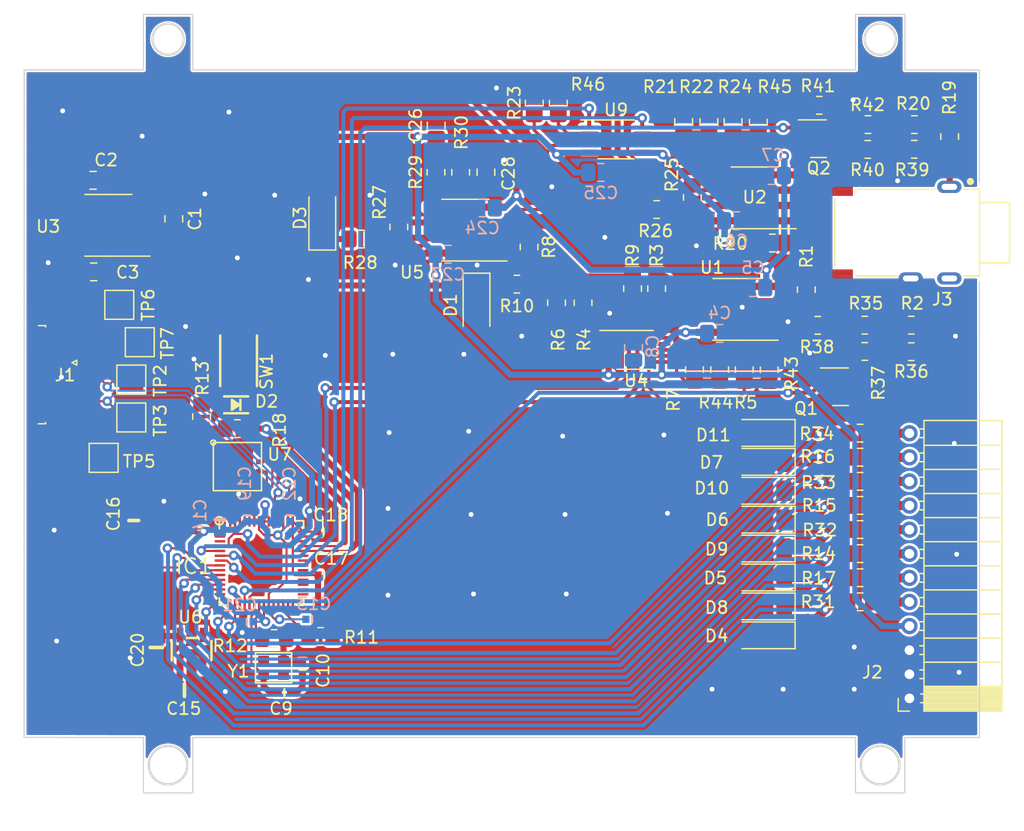
<source format=kicad_pcb>
(kicad_pcb (version 20221018) (generator pcbnew)
  (layers (0 "F.Cu" signal) (31 "B.Cu" signal) (34 "B.Paste" user) (35 "F.Paste" user) (36 "B.SilkS" user "B.Silkscreen") (37 "F.SilkS" user "F.Silkscreen") (38 "B.Mask" user) (39 "F.Mask" user) (44 "Edge.Cuts" user))
  (net 0 "")
  (net 1 "Net-(U3-CAP+)")
  (net 2 "Net-(U3-CAP-)")
  (net 3 "-5V")
  (net 4 "GND")
  (net 5 "+5V")
  (net 6 "Net-(C10-Pad1)")
  (net 7 "Net-(IC1-XIN)")
  (net 8 "Net-(C10-Pad2)")
  (net 9 "1.2V")
  (net 10 "+3V3")
  (net 11 "DC_OFFSET")
  (net 12 "CH1")
  (net 13 "Net-(D2-PadA)")
  (net 14 "Net-(SW1-P)")
  (net 15 "CH2")
  (net 16 "LA0")
  (net 17 "LA2")
  (net 18 "LA4")
  (net 19 "LA6")
  (net 20 "LA1")
  (net 21 "LA3")
  (net 22 "LA5")
  (net 25 "CH1_RANGE0")
  (net 26 "CH1_RANGE1")
  (net 27 "CH2_RANGE0")
  (net 28 "CH2_RANGE1")
  (net 29 "LA7")
  (net 30 "CH1_RANGE2")
  (net 31 "CH2_RANGE2")
  (net 32 "Net-(IC1-XOUT)")
  (net 33 "/RP2040/SWCLK")
  (net 34 "/RP2040/SWDIO")
  (net 35 "/RP2040/~{RESET}")
  (net 48 "/RP2040/D-")
  (net 49 "/RP2040/D+")
  (net 50 "/RP2040/QSPI_DATA[3]")
  (net 51 "/RP2040/QSPI_SCK")
  (net 52 "/RP2040/QSPI_DATA[0]")
  (net 53 "/RP2040/QSPI_DATA[2]")
  (net 54 "/RP2040/QSPI_DATA[1]")
  (net 55 "/RP2040/QSPI_CS")
  (net 56 "Net-(J1-Pin_1)")
  (net 57 "LA7_I")
  (net 58 "LA6_I")
  (net 59 "LA5_I")
  (net 60 "LA4_I")
  (net 61 "LA3_I")
  (net 62 "LA2_I")
  (net 63 "LA1_I")
  (net 64 "LA0_I")
  (net 65 "CH1_RAW")
  (net 66 "Net-(U1A--)")
  (net 67 "Net-(U1B--)")
  (net 68 "Net-(R3-Pad2)")
  (net 69 "Net-(U4-S1)")
  (net 70 "Net-(U4-S2)")
  (net 71 "Net-(U4-S3)")
  (net 72 "Net-(U4-S4)")
  (net 73 "Net-(U5A--)")
  (net 74 "Net-(R10-Pad1)")
  (net 75 "CH2_RAW")
  (net 76 "Net-(U2A--)")
  (net 77 "Net-(U9-S1)")
  (net 78 "Net-(U2B--)")
  (net 79 "Net-(U9-S2)")
  (net 80 "Net-(U9-S3)")
  (net 81 "Net-(U9-S4)")
  (net 82 "Net-(R25-Pad2)")
  (net 83 "Net-(U5B--)")
  (net 84 "Net-(R27-Pad2)")
  (net 85 "Net-(U1A-+)")
  (net 86 "Net-(U2A-+)")
  (net 91 "Net-(Q1-D)")
  (net 92 "Net-(Q2-D)")
  (net 93 "Net-(R2-Pad2)")
  (net 94 "Net-(R20-Pad2)")
  (net 95 "Net-(R36-Pad2)")
  (net 96 "Net-(R39-Pad2)")
  (footprint "Resistor_SMD:R_0805_2012Metric_Pad1.20x1.40mm_HandSolder" (layer "F.Cu") (at 94.859838 153.824838 180)
    (fp_text reference "R11")
    (fp_text value "10K")
  )
  (footprint "Capacitor_SMD:C_0805_2012Metric_Pad1.18x1.45mm_HandSolder" (layer "F.Cu") (at 108.585 115.29 90)
    (fp_text reference "C28")
    (fp_text value "100u")
  )
  (footprint "Resistor_SMD:R_0805_2012Metric_Pad1.20x1.40mm_HandSolder" (layer "F.Cu") (at 132.095 131.69 90)
    (fp_text reference "R43")
    (fp_text value "47k")
  )
  (footprint "Resistor_SMD:R_0805_2012Metric_Pad1.20x1.40mm_HandSolder" (layer "F.Cu") (at 84.985 135.57 90)
    (fp_text reference "R13")
    (fp_text value "1K")
  )
  (footprint "Package_SO:SOIC-8_3.9x4.9mm_P1.27mm" (layer "F.Cu") (at 130.885 117.42 180)
    (fp_text reference "U2")
    (fp_text value "LM358")
  )
  (footprint "Resistor_SMD:R_0805_2012Metric_Pad1.20x1.40mm_HandSolder" (layer "F.Cu") (at 136.245 109.74)
    (fp_text reference "R41")
    (fp_text value "330R")
  )
  (footprint "Package_TO_SOT_SMD:SOT-23" (layer "F.Cu") (at 136.195 112.51)
    (fp_text reference "Q2")
    (fp_text value "BSN20")
  )
  (footprint "Diode_SMD:D_MiniMELF" (layer "F.Cu") (at 131.585 151.33 180)
    (fp_text reference "D8")
    (fp_text value "BZV55B3V3")
  )
  (footprint "Resistor_SMD:R_0805_2012Metric_Pad1.20x1.40mm_HandSolder" (layer "F.Cu") (at 87.959838 136.574838)
    (fp_text reference "R18")
    (fp_text value "10K")
  )
  (footprint "Adafruit QT Py RP2040:USON8_4X4" (layer "F.Cu") (at 87.959838 139.724838)
    (fp_text reference "U7")
    (fp_text value "8MB QSPI Flash")
  )
  (footprint "Adafruit QT Py RP2040:SOD-323_MINI" (layer "F.Cu") (at 87.855 134.6 180)
    (fp_text reference "D2")
    (fp_text value "  NSR0320")
  )
  (footprint "Resistor_SMD:R_0805_2012Metric_Pad1.20x1.40mm_HandSolder" (layer "F.Cu") (at 140.275 113.4 180)
    (fp_text reference "R40")
    (fp_text value "680R")
  )
  (footprint "Adafruit QT Py RP2040:_0402NO" (layer "F.Cu") (at 91.859838 158.474838 180)
    (fp_text reference "C9")
    (fp_text value "22pF")
  )
  (footprint "TestPoint:TestPoint_Pad_2.0x2.0mm" (layer "F.Cu") (at 79.855 129.4)
    (fp_text reference "TP7")
    (fp_text value "GND")
  )
  (footprint "Package_TO_SOT_SMD:SOT-23" (layer "F.Cu") (at 138.0175 133.1)
    (fp_text reference "Q1")
    (fp_text value "BSN20")
  )
  (footprint "Resistor_SMD:R_0805_2012Metric_Pad1.20x1.40mm_HandSolder" (layer "F.Cu") (at 127.095 111.08 90)
    (fp_text reference "R22")
    (fp_text value "47k")
  )
  (footprint "Resistor_SMD:R_0805_2012Metric_Pad1.20x1.40mm_HandSolder" (layer "F.Cu") (at 143.885 127.99 180)
    (fp_text reference "R2")
    (fp_text value "100k")
  )
  (footprint "Resistor_SMD:R_0805_2012Metric_Pad1.20x1.40mm_HandSolder" (layer "F.Cu") (at 112.595 109.55 90)
    (fp_text reference "R23")
    (fp_text value "10k")
  )
  (footprint "Resistor_SMD:R_0805_2012Metric_Pad1.20x1.40mm_HandSolder" (layer "F.Cu") (at 140.295 111.34 180)
    (fp_text reference "R42")
    (fp_text value "100k")
  )
  (footprint "Package_SO:SOIC-8_3.9x4.9mm_P1.27mm" (layer "F.Cu") (at 129.38 126.675 180)
    (fp_text reference "U1")
    (fp_text value "LM358")
  )
  (footprint "Resistor_SMD:R_0805_2012Metric_Pad1.20x1.40mm_HandSolder" (layer "F.Cu") (at 125.895 131.67 90)
    (fp_text reference "R7")
    (fp_text value "56k")
  )
  (footprint "Capacitor_SMD:C_0805_2012Metric_Pad1.18x1.45mm_HandSolder" (layer "F.Cu") (at 104.455 111.4 90)
    (fp_text reference "C26")
    (fp_text value "100u")
  )
  (footprint "Package_SO:VSSOP-10_3x3mm_P0.5mm" (layer "F.Cu") (at 120.965 130.04)
    (fp_text reference "U4")
    (fp_text value "~")
  )
  (footprint "Diode_SMD:D_MiniMELF" (layer "F.Cu") (at 131.585 141.73 180)
    (fp_text reference "D10")
    (fp_text value "BZV55B3V3")
  )
  (footprint "Resistor_SMD:R_0805_2012Metric_Pad1.20x1.40mm_HandSolder" (layer "F.Cu") (at 139.645 148.95 180)
    (fp_text reference "R17")
    (fp_text value "100R")
  )
  (footprint "Resistor_SMD:R_0805_2012Metric_Pad1.20x1.40mm_HandSolder" (layer "F.Cu") (at 139.645 136.95 180)
    (fp_text reference "R34")
    (fp_text value "100R")
  )
  (footprint "Resistor_SMD:R_0805_2012Metric_Pad1.20x1.40mm_HandSolder" (layer "F.Cu") (at 101.355 119.84 -90)
    (fp_text reference "R27")
    (fp_text value "100k")
  )
  (footprint "Diode_SMD:D_MiniMELF" (layer "F.Cu") (at 131.585 144.13 180)
    (fp_text reference "D6")
    (fp_text value "BZV55B3V3")
  )
  (footprint "Connector_FFC-FPC:TE_0-1734839-5_1x05-1MP_P0.5mm_Horizontal" (layer "F.Cu") (at 74.08 132.1 -90)
    (fp_text reference "J1")
    (fp_text value "Conn_01x05")
  )
  (footprint "Resistor_SMD:R_0805_2012Metric_Pad1.20x1.40mm_HandSolder" (layer "F.Cu") (at 144.145 111.3425 180)
    (fp_text reference "R20")
    (fp_text value "100k")
  )
  (footprint "Adafruit QT Py RP2040:_0402NO" (layer "F.Cu") (at 93.359838 156.574838 90)
    (fp_text reference "C10")
    (fp_text value "22pF")
  )
  (footprint "Resistor_SMD:R_0805_2012Metric_Pad1.20x1.40mm_HandSolder" (layer "F.Cu") (at 139.645 146.95 180)
    (fp_text reference "R14")
    (fp_text value "100R")
  )
  (footprint "Resistor_SMD:R_0805_2012Metric_Pad1.20x1.40mm_HandSolder" (layer "F.Cu") (at 120.755 124.95 90)
    (fp_text reference "R9")
    (fp_text value "100k")
  )
  (footprint "Resistor_SMD:R_0805_2012Metric_Pad1.20x1.40mm_HandSolder" (layer "F.Cu") (at 112.1675 121.5 -90)
    (fp_text reference "R8")
    (fp_text value "100k")
  )
  (footprint "Capacitor_SMD:C_0805_2012Metric_Pad1.18x1.45mm_HandSolder" (layer "F.Cu") (at 76.03 123.565)
    (fp_text reference "C3")
    (fp_text value "100u")
  )
  (footprint "Resistor_SMD:R_0805_2012Metric_Pad1.20x1.40mm_HandSolder" (layer "F.Cu") (at 129.095 111.08 90)
    (fp_text reference "R24")
    (fp_text value "56k")
  )
  (footprint "Resistor_SMD:R_0805_2012Metric_Pad1.20x1.40mm_HandSolder" (layer "F.Cu") (at 91.009838 154 180)
    (fp_text reference "R12")
    (fp_text value "1K")
  )
  (footprint "Adafruit QT Py RP2040:CRYSTAL_2.5X2" (layer "F.Cu") (at 90.959838 156.424838 180)
    (fp_text reference "Y1")
    (fp_text value "12MHZ")
  )
  (footprint "Resistor_SMD:R_0805_2012Metric_Pad1.20x1.40mm_HandSolder" (layer "F.Cu") (at 135.175 125.04 -90)
    (fp_text reference "R1")
    (fp_text value "1M")
  )
  (footprint "Connector_PinSocket_2.00mm:PinSocket_1x12_P2.00mm_Horizontal" (layer "F.Cu") (at 143.735 158.96 180)
    (fp_text reference "J2")
    (fp_text value "Conn_01x12")
  )
  (footprint "Resistor_SMD:R_0805_2012Metric_Pad1.20x1.40mm_HandSolder" (layer "F.Cu") (at 139.645 150.95 180)
    (fp_text reference "R31")
    (fp_text value "100R")
  )
  (footprint "Resistor_SMD:R_0805_2012Metric_Pad1.20x1.40mm_HandSolder" (layer "F.Cu") (at 116.645 126.13 90)
    (fp_text reference "R4")
    (fp_text value "1k")
  )
  (footprint "Adafruit QT Py RP2040:SOT23-5" (layer "F.Cu") (at 84.155 155)
    (fp_text reference "U6")
    (fp_text value "AP2112K-3.3")
  )
  (footprint "TestPoint:TestPoint_Pad_2.0x2.0mm" (layer "F.Cu") (at 79.155 132.5)
    (fp_text reference "TP2")
    (fp_text value "D-")
  )
  (footprint "Resistor_SMD:R_0805_2012Metric_Pad1.20x1.40mm_HandSolder" (layer "F.Cu") (at 140.035 130.17 180)
    (fp_text reference "R37")
    (fp_text value "680R")
  )
  (footprint "Resistor_SMD:R_0805_2012Metric_Pad1.20x1.40mm_HandSolder" (layer "F.Cu") (at 131.195 111.13 90)
    (fp_text reference "R45")
    (fp_text value "470k")
  )
  (footprint "Resistor_SMD:R_0805_2012Metric_Pad1.20x1.40mm_HandSolder" (layer "F.Cu") (at 114.445 126.13 90)
    (fp_text reference "R6")
    (fp_text value "10k")
  )
  (footprint "Package_SO:SOIC-8_3.9x4.9mm_P1.27mm" (layer "F.Cu") (at 106.8875 120.1 180)
    (fp_text reference "U5")
    (fp_text value "LM358")
  )
  (footprint "Adafruit QT Py RP2040:0805-NO" (layer "F.Cu") (at 83.565 158.29)
    (fp_text reference "C15")
    (fp_text value "10uF")
  )
  (footprint "Resistor_SMD:R_0805_2012Metric_Pad1.20x1.40mm_HandSolder" (layer "F.Cu") (at 144.135 113.39 180)
    (fp_text reference "R39")
    (fp_text value "1k")
  )
  (footprint "Resistor_SMD:R_0805_2012Metric_Pad1.20x1.40mm_HandSolder" (layer "F.Cu") (at 124.995 111.08 90)
    (fp_text reference "R21")
    (fp_text value "5k6")
  )
  (footprint "Diode_SMD:D_MiniMELF" (layer "F.Cu") (at 131.585 153.73 180)
    (fp_text reference "D4")
    (fp_text value "BZV55B3V3")
  )
  (footprint "Adafruit QT Py RP2040:QFN56_7MM_REDUCEDEPAD" (layer "F.Cu") (at 89.959838 147.724838)
    (fp_text reference "IC1")
    (fp_text value "RP2040_QFN56")
  )
  (footprint "Resistor_SMD:R_0805_2012Metric_Pad1.20x1.40mm_HandSolder" (layer "F.Cu") (at 139.645 142.95 180)
    (fp_text reference "R15")
    (fp_text value "100R")
  )
  (footprint "Resistor_SMD:R_0805_2012Metric_Pad1.20x1.40mm_HandSolder" (layer "F.Cu") (at 98.255 120.84 180)
    (fp_text reference "R28")
    (fp_text value "100R")
  )
  (footprint "TestPoint:TestPoint_Pad_2.0x2.0mm" (layer "F.Cu") (at 79.155 135.65)
    (fp_text reference "TP3")
    (fp_text value "D+")
  )
  (footprint "TestPoint:TestPoint_Pad_2.0x2.0mm" (layer "F.Cu") (at 78.155 126.3)
    (fp_text reference "TP6")
    (fp_text value "SC_DETECT")
  )
  (footprint "Resistor_SMD:R_0805_2012Metric_Pad1.20x1.40mm_HandSolder" (layer "F.Cu") (at 136.125 128 180)
    (fp_text reference "R38")
    (fp_text value "330R")
  )
  (footprint "Diode_SMD:D_MiniMELF" (layer "F.Cu") (at 131.585 139.33 180)
    (fp_text reference "D7")
    (fp_text value "BZV55B3V3")
  )
  (footprint "Resistor_SMD:R_0805_2012Metric_Pad1.20x1.40mm_HandSolder" (layer "F.Cu") (at 139.645 140.95 180)
    (fp_text reference "R33")
    (fp_text value "100R")
  )
  (footprint "Resistor_SMD:R_0805_2012Metric_Pad1.20x1.40mm_HandSolder" (layer "F.Cu") (at 122.755 118.39 180)
    (fp_text reference "R26")
    (fp_text value "100k")
  )
  (footprint "Resistor_SMD:R_0805_2012Metric_Pad1.20x1.40mm_HandSolder" (layer "F.Cu") (at 114.595 109.55 90)
    (fp_text reference "R46")
    (fp_text value "1k")
  )
  (footprint "Resistor_SMD:R_0805_2012Metric_Pad1.20x1.40mm_HandSolder" (layer "F.Cu") (at 106.4875 115.3 -90)
    (fp_text reference "R30")
    (fp_text value "1k8")
  )
  (footprint "Diode_SMD:D_MiniMELF" (layer "F.Cu") (at 95.005 119.09 90)
    (fp_text reference "D3")
    (fp_text value "BZV55B3V3")
  )
  (footprint "Diode_SMD:D_MiniMELF" (layer "F.Cu") (at 131.585 146.53 180)
    (fp_text reference "D9")
    (fp_text value "BZV55B3V3")
  )
  (footprint "Adafruit QT Py RP2040:0603-NO" (layer "F.Cu") (at 79.355 144.2 90)
    (fp_text reference "C16")
    (fp_text value "1uF")
  )
  (footprint "Capacitor_SMD:C_0805_2012Metric_Pad1.18x1.45mm_HandSolder" (layer "F.Cu") (at 82.68 119.165 90)
    (fp_text reference "C1")
    (fp_text value "10u")
  )
  (footprint "Resistor_SMD:R_0805_2012Metric_Pad1.20x1.40mm_HandSolder" (layer "F.Cu") (at 104.4375 115.3 -90)
    (fp_text reference "R29")
    (fp_text value "9k1")
  )
  (footprint "Diode_SMD:D_MiniMELF" (layer "F.Cu") (at 131.585 148.93 180)
    (fp_text reference "D5")
    (fp_text value "BZV55B3V3")
  )
  (footprint "Capacitor_SMD:C_0805_2012Metric_Pad1.18x1.45mm_HandSolder" (layer "F.Cu") (at 75.98 115.965)
    (fp_text reference "C2")
    (fp_text value "100u")
  )
  (footprint "Resistor_SMD:R_0805_2012Metric_Pad1.20x1.40mm_HandSolder" (layer "F.Cu") (at 122.755 124.95 -90)
    (fp_text reference "R3")
    (fp_text value "100k")
  )
  (footprint "SJ-3501-SMT:CUI_SJ-3501-SMT" (layer "F.Cu") (at 143.545 120.31 180)
    (fp_text reference "J3")
    (fp_text value "SJ-3501-SMT")
    (fp_line (start -6 -3.6) (end -6 -4.1) (stroke (width 0.01)) (layer "Edge.Cuts"))
    (fp_line (start -6 -3.6) (end 6 -3.6) (stroke (width 0.01)) (layer "Edge.Cuts"))
    (fp_line (start -6 3.6) (end -6 4.2) (stroke (width 0.01)) (layer "Edge.Cuts"))
    (fp_line (start -6 3.6) (end 6 3.6) (stroke (width 0.01)) (layer "Edge.Cuts"))
    (fp_line (start 6 -3.6) (end 6 3.6) (stroke (width 0.01)) (layer "Edge.Cuts"))
  )
  (footprint "TestPoint:TestPoint_Pad_2.0x2.0mm" (layer "F.Cu") (at 76.855 139)
    (fp_text reference "TP5")
    (fp_text value "5V")
  )
  (footprint "Adafruit QT Py RP2040:_0402NO" (layer "F.Cu") (at 95.159838 148.724838)
    (fp_text reference "C17")
    (fp_text value "0.1uF")
  )
  (footprint "Resistor_SMD:R_0805_2012Metric_Pad1.20x1.40mm_HandSolder" (layer "F.Cu") (at 132.355 121.17 180)
    (fp_text reference "R20")
    (fp_text value "197k")
  )
  (footprint "Adafruit QT Py RP2040:0805-NO" (layer "F.Cu") (at 81.235 154.74 -90)
    (fp_text reference "C20")
    (fp_text value "10uF")
  )
  (footprint "Resistor_SMD:R_0805_2012Metric_Pad1.20x1.40mm_HandSolder" (layer "F.Cu") (at 125.715 117.39 -90)
    (fp_text reference "R25")
    (fp_text value "100k")
  )
  (footprint "Resistor_SMD:R_0805_2012Metric_Pad1.20x1.40mm_HandSolder" (layer "F.Cu") (at 143.885 130.19 180)
    (fp_text reference "R36")
    (fp_text value "1k")
  )
  (footprint "Resistor_SMD:R_0805_2012Metric_Pad1.20x1.40mm_HandSolder" (layer "F.Cu") (at 140.035 127.99 180)
    (fp_text reference "R35")
    (fp_text value "100k")
  )
  (footprint "Adafruit QT Py RP2040:_0402NO" (layer "F.Cu") (at 95.109838 145.124838)
    (fp_text reference "C18")
    (fp_text value "0.1uF")
  )
  (footprint "Package_SO:VSSOP-10_3x3mm_P0.5mm" (layer "F.Cu") (at 119.385 112.57)
    (fp_text reference "U9")
    (fp_text value "~")
  )
  (footprint "Resistor_SMD:R_0805_2012Metric_Pad1.20x1.40mm_HandSolder" (layer "F.Cu") (at 139.645 138.95 180)
    (fp_text reference "R16")
    (fp_text value "100R")
  )
  (footprint "Package_SO:SOIC-8_3.9x4.9mm_P1.27mm" (layer "F.Cu") (at 77.255 119.7 180)
    (fp_text reference "U3")
    (fp_text value "ICL7660")
  )
  (footprint "Resistor_SMD:R_0805_2012Metric_Pad1.20x1.40mm_HandSolder" (layer "F.Cu") (at 111.155 124.5825 180)
    (fp_text reference "R10")
    (fp_text value "100R")
  )
  (footprint "Resistor_SMD:R_0805_2012Metric_Pad1.20x1.40mm_HandSolder" (layer "F.Cu") (at 139.645 144.95 180)
    (fp_text reference "R32")
    (fp_text value "100R")
  )
  (footprint "Adafruit QT Py RP2040:BTN_KMR2_4.6X2.8" (layer "F.Cu") (at 88.055 130.95 -90)
    (fp_text reference "SW1")
    (fp_text value "KMR2")
  )
  (footprint "Diode_SMD:D_MiniMELF" (layer "F.Cu") (at 107.805 126.3325 -90)
    (fp_text reference "D1")
    (fp_text value "BZV55B3V3")
  )
  (footprint "Diode_SMD:D_MiniMELF" (layer "F.Cu") (at 131.585 136.93 180)
    (fp_text reference "D11")
    (fp_text value "BZV55B3V3")
  )
  (footprint "Resistor_SMD:R_0805_2012Metric_Pad1.20x1.40mm_HandSolder" (layer "F.Cu") (at 127.985 131.67 90)
    (fp_text reference "R44")
    (fp_text value "470k")
  )
  (footprint "Resistor_SMD:R_0805_2012Metric_Pad1.20x1.40mm_HandSolder" (layer "F.Cu") (at 130.025 131.68 90)
    (fp_text reference "R5")
    (fp_text value "5k6")
  )
  (footprint "Resistor_SMD:R_0805_2012Metric_Pad1.20x1.40mm_HandSolder" (layer "F.Cu") (at 147.075 112.33 90)
    (fp_text reference "R19")
    (fp_text value "1M")
  )
  (footprint "Adafruit QT Py RP2040:_0402NO" (layer "B.Cu") (at 92.309838 143.774838 -90)
    (fp_text reference "C12")
    (fp_text value "0.1uF")
  )
  (footprint "Capacitor_SMD:C_0805_2012Metric_Pad1.18x1.45mm_HandSolder" (layer "B.Cu") (at 118.125 115.31 180)
    (fp_text reference "C25")
    (fp_text value "100u")
  )
  (footprint "Adafruit QT Py RP2040:_0402NO" (layer "B.Cu") (at 94.155 152.4 180)
    (fp_text reference "C13")
    (fp_text value "0.1uF")
  )
  (footprint "Capacitor_SMD:C_0805_2012Metric_Pad1.18x1.45mm_HandSolder" (layer "B.Cu") (at 132.285 115.57)
    (fp_text reference "C7")
    (fp_text value "100u")
  )
  (footprint "Capacitor_SMD:C_0805_2012Metric_Pad1.18x1.45mm_HandSolder" (layer "B.Cu") (at 108.2875 118.25)
    (fp_text reference "C24")
    (fp_text value "100u")
  )
  (footprint "Adafruit QT Py RP2040:_0402NO" (layer "B.Cu") (at 88.755 152.6 180)
    (fp_text reference "C21")
    (fp_text value "0.1uF")
  )
  (footprint "Adafruit QT Py RP2040:_0402NO" (layer "B.Cu") (at 88.755 143.782838 90)
    (fp_text reference "C19")
    (fp_text value "0.1uF")
  )
  (footprint "Adafruit QT Py RP2040:0603-NO" (layer "B.Cu") (at 86.509838 144.124838 90)
    (fp_text reference "C14")
    (fp_text value "1uF")
  )
  (footprint "Capacitor_SMD:C_0805_2012Metric_Pad1.18x1.45mm_HandSolder" (layer "B.Cu") (at 129.385 119.32)
    (fp_text reference "C6")
    (fp_text value "100u")
  )
  (footprint "Capacitor_SMD:C_0805_2012Metric_Pad1.18x1.45mm_HandSolder" (layer "B.Cu") (at 120.835 129.85 -90)
    (fp_text reference "C8")
    (fp_text value "100u")
  )
  (footprint "Capacitor_SMD:C_0805_2012Metric_Pad1.18x1.45mm_HandSolder" (layer "B.Cu") (at 105.4375 122.1)
    (fp_text reference "C23")
    (fp_text value "100u")
  )
  (footprint "Capacitor_SMD:C_0805_2012Metric_Pad1.18x1.45mm_HandSolder" (layer "B.Cu") (at 127.98 128.675)
    (fp_text reference "C4")
    (fp_text value "100u")
  )
  (footprint "Capacitor_SMD:C_0805_2012Metric_Pad1.18x1.45mm_HandSolder" (layer "B.Cu") (at 130.73 124.875)
    (fp_text reference "C5")
    (fp_text value "100u")
  )
  (gr_line locked (start 80.165 106.8) (end 80.165 102.2) (stroke (width 0.1)) (layer "Edge.Cuts"))
  (gr_line locked (start 80.155 166.81) (end 80.155 162.21) (stroke (width 0.1)) (layer "Edge.Cuts"))
  (gr_circle locked (center 141.305 164.5) (end 142.905 164.5) (stroke (width 0.2)) (fill none) (layer "Edge.Cuts"))
  (gr_line locked (start 139.255 162.21) (end 84.255 162.21) (stroke (width 0.1)) (layer "Edge.Cuts"))
  (gr_line locked (start 149.555 162.21) (end 143.355 162.21) (stroke (width 0.1)) (layer "Edge.Cuts"))
  (gr_circle locked (center 141.305 104.25) (end 142.605 104.25) (stroke (width 0.2)) (fill none) (layer "Edge.Cuts"))
  (gr_line locked (start 149.545 124.41) (end 149.555 162.21) (stroke (width 0.1)) (layer "Edge.Cuts"))
  (gr_line locked (start 139.265 102.2) (end 143.365 102.2) (stroke (width 0.1)) (layer "Edge.Cuts"))
  (gr_line locked (start 84.255 162.21) (end 84.255 166.81) (stroke (width 0.1)) (layer "Edge.Cuts"))
  (gr_circle locked (center 82.205 164.5) (end 83.805 164.5) (stroke (width 0.2)) (fill none) (layer "Edge.Cuts"))
  (gr_line locked (start 80.155 162.21) (end 70.255 162.2) (stroke (width 0.1)) (layer "Edge.Cuts"))
  (gr_line locked (start 139.255 166.81) (end 139.255 162.21) (stroke (width 0.1)) (layer "Edge.Cuts"))
  (gr_line locked (start 149.545 116.11) (end 149.545 106.81) (stroke (width 0.1)) (layer "Edge.Cuts"))
  (gr_line locked (start 143.355 166.81) (end 139.255 166.81) (stroke (width 0.1)) (layer "Edge.Cuts"))
  (gr_circle locked (center 82.205 104.25) (end 83.505 104.25) (stroke (width 0.2)) (fill none) (layer "Edge.Cuts"))
  (gr_line locked (start 84.265 102.2) (end 84.265 106.8) (stroke (width 0.1)) (layer "Edge.Cuts"))
  (gr_line locked (start 139.265 106.8) (end 139.265 102.2) (stroke (width 0.1)) (layer "Edge.Cuts"))
  (gr_line locked (start 84.255 166.81) (end 80.155 166.81) (stroke (width 0.1)) (layer "Edge.Cuts"))
  (gr_line locked (start 80.165 102.2) (end 84.265 102.2) (stroke (width 0.1)) (layer "Edge.Cuts"))
  (gr_line locked (start 143.365 102.2) (end 143.365 106.8) (stroke (width 0.1)) (layer "Edge.Cuts"))
  (gr_line locked (start 70.255 162.2) (end 70.265 106.8) (stroke (width 0.1)) (layer "Edge.Cuts"))
  (gr_line locked (start 143.355 162.21) (end 143.355 166.81) (stroke (width 0.1)) (layer "Edge.Cuts"))
  (gr_line locked (start 143.365 106.8) (end 149.545 106.81) (stroke (width 0.1)) (layer "Edge.Cuts"))
  (gr_line locked (start 70.265 106.8) (end 80.165 106.8) (stroke (width 0.1)) (layer "Edge.Cuts"))
  (gr_line locked (start 84.265 106.8) (end 139.265 106.8) (stroke (width 0.1)) (layer "Edge.Cuts"))
  (segment (start 82.4825 120.4) (end 82.68 120.2025) (width 0.508) (layer "F.Cu") (net 1))
  (segment (start 79.905 120.4) (end 82.4825 120.4) (width 0.508) (layer "F.Cu") (net 1))
  (segment (start 82.4125 117.86) (end 82.68 118.1275) (width 0.508) (layer "F.Cu") (net 2))
  (segment (start 79.905 117.86) (end 82.4125 117.86) (width 0.508) (layer "F.Cu") (net 2))
  (segment (start 110.18 118.195) (end 111.125 117.25) (width 0.508) (layer "F.Cu") (net 3))
  (segment (start 109.3625 118.195) (end 110.18 118.195) (width 0.508) (layer "F.Cu") (net 3))
  (segment (start 74.9425 114.2525) (end 80.595 108.6) (width 0.508) (layer "F.Cu") (net 3))
  (segment (start 111.125 112.95) (end 111.125 117.25) (width 0.508) (layer "F.Cu") (net 3))
  (segment (start 131.855 124.77) (end 131.855 123.4) (width 0.508) (layer "F.Cu") (net 3))
  (segment (start 133.36 115.515) (end 133.36 113.955) (width 0.508) (layer "F.Cu") (net 3))
  (segment (start 74.955 117.86) (end 74.955 115.9775) (width 0.508) (layer "F.Cu") (net 3))
  (segment (start 106.775 108.6) (end 111.125 112.95) (width 0.508) (layer "F.Cu") (net 3))
  (segment (start 74.9425 115.965) (end 74.9425 114.2525) (width 0.508) (layer "F.Cu") (net 3))
  (segment (start 133.36 113.955) (end 133.345 113.94) (width 0.508) (layer "F.Cu") (net 3))
  (segment (start 74.955 115.9775) (end 74.9425 115.965) (width 0.508) (layer "F.Cu") (net 3))
  (segment (start 80.595 108.6) (end 106.775 108.6) (width 0.508) (layer "F.Cu") (net 3))
  (via (at 131.855 123.4) (size 0.8) (drill 0.4) (layers "F.Cu" "B.Cu") (net 3))
  (via (at 111.125 117.25) (size 0.8) (drill 0.4) (layers "F.Cu" "B.Cu") (net 3))
  (via (at 133.345 113.94) (size 0.8) (drill 0.4) (layers "F.Cu" "B.Cu") (net 3))
  (segment (start 109.325 118.25) (end 110.125 118.25) (width 0.508) (layer "B.Cu") (net 3))
  (segment (start 131.855 124.7875) (end 131.7675 124.875) (width 0.508) (layer "B.Cu") (net 3))
  (segment (start 133.345 115.5475) (end 133.3225 115.57) (width 0.508) (layer "B.Cu") (net 3))
  (segment (start 133.345 121.91) (end 131.855 123.4) (width 0.508) (layer "B.Cu") (net 3))
  (segment (start 133.345 113.94) (end 133.345 115.5475) (width 0.508) (layer "B.Cu") (net 3))
  (segment (start 117.275 123.4) (end 131.855 123.4) (width 0.508) (layer "B.Cu") (net 3))
  (segment (start 111.125 117.25) (end 117.275 123.4) (width 0.508) (layer "B.Cu") (net 3))
  (segment (start 110.125 118.25) (end 111.125 117.25) (width 0.508) (layer "B.Cu") (net 3))
  (segment (start 131.855 123.4) (end 131.855 124.7875) (width 0.508) (layer "B.Cu") (net 3))
  (segment (start 133.345 113.94) (end 133.345 121.91) (width 0.508) (layer "B.Cu") (net 3))
  (segment (start 88.959838 151.174838) (end 88.959838 151.755848) (width 0.1778) (layer "F.Cu") (net 4))
  (segment (start 88.959838 151.755848) (end 88.355 152.360686) (width 0.1778) (layer "F.Cu") (net 4))
  (segment (start 89.959838 149.569414) (end 88.959838 150.569414) (width 0.1778) (layer "F.Cu") (net 4))
  (segment (start 106.4875 112.3625) (end 106.475 112.35) (width 0.508) (layer "F.Cu") (net 4))
  (segment (start 88.959838 150.569414) (end 88.959838 151.174838) (width 0.1778) (layer "F.Cu") (net 4))
  (segment (start 89.959838 147.724838) (end 89.959838 149.569414) (width 0.1778) (layer "F.Cu") (net 4))
  (segment (start 88.355 152.360686) (end 88.355 153.5) (width 0.1778) (layer "F.Cu") (net 4))
  (via (at 129.855 126.5) (size 0.8) (drill 0.4) (layers "F.Cu" "B.Cu") (net 4))
  (via (at 83.655 128.1) (size 0.8) (drill 0.4) (layers "F.Cu" "B.Cu") (net 4))
  (via (at 118.855 127) (size 0.8) (drill 0.4) (layers "F.Cu" "B.Cu") (net 4))
  (via (at 85.255 117.1) (size 0.8) (drill 0.4) (layers "F.Cu" "B.Cu") (net 4))
  (via (at 88.355 153.5) (size 0.8) (drill 0.4) (layers "F.Cu" "B.Cu") (net 4))
  (via (at 123.655 143.6) (size 0.8) (drill 0.4) (layers "F.Cu" "B.Cu") (net 4))
  (via (at 142.755 116) (size 0.8) (drill 0.4) (layers "F.Cu" "B.Cu") (net 4))
  (via (at 111.555 128.9) (size 0.8) (drill 0.4) (layers "F.Cu" "B.Cu") (net 4))
  (via (at 147.555 128.9) (size 0.8) (drill 0.4) (layers "F.Cu" "B.Cu") (net 4))
  (via (at 93.155 142.4) (size 0.8) (drill 0.4) (layers "F.Cu" "B.Cu") (net 4))
  (via (at 107.355 143.7) (size 0.8) (drill 0.4) (layers "F.Cu" "B.Cu") (net 4))
  (via (at 139.155 158.2) (size 0.8) (drill 0.4) (layers "F.Cu" "B.Cu") (net 4))
  (via (at 101.055 123) (size 0.8) (drill 0.4) (layers "F.Cu" "B.Cu") (net 4))
  (via (at 115.255 150.3) (size 0.8) (drill 0.4) (layers "F.Cu" "B.Cu") (net 4))
  (via (at 81.855 142.6) (size 0.8) (drill 0.4) (layers "F.Cu" "B.Cu") (net 4))
  (via (at 118.455 120.7) (size 0.8) (drill 0.4) (layers "F.Cu" "B.Cu") (net 4))
  (via (at 87.255 110.3) (size 0.8) (drill 0.4) (layers "F.Cu" "B.Cu") (net 4))
  (via (at 93.855 124.2) (size 0.8) (drill 0.4) (layers "F.Cu" "B.Cu") (net 4))
  (via (at 114.955 137.2) (size 0.8) (drill 0.4) (layers "F.Cu" "B.Cu") (net 4))
  (via (at 135.455 130.3) (size 0.8) (drill 0.4) (layers "F.Cu" "B.Cu") (net 4))
  (via (at 98.955 117.2) (size 0.8) (drill 0.4) (layers "F.Cu" "B.Cu") (net 4))
  (via (at 95.255 130.5) (size 0.8) (drill 0.4) (layers "F.Cu" "B.Cu") (net 4))
  (via (at 107.155 136.8) (size 0.8) (drill 0.4) (layers "F.Cu" "B.Cu") (net 4))
  (via (at 114.055 116.5) (size 0.8) (drill 0.4) (layers "F.Cu" "B.Cu") (net 4))
  (via (at 123.355 137.1) (size 0.8) (drill 0.4) (layers "F.Cu" "B.Cu") (net 4))
  (via (at 127.355 158.2) (size 0.8) (drill 0.4) (layers "F.Cu" "B.Cu") (net 4))
  (via (at 126.055 121.4) (size 0.8) (drill 0.4) (layers "F.Cu" "B.Cu") (net 4))
  (via (at 147.655 147) (size 0.8) (drill 0.4) (layers "F.Cu" "B.Cu") (net 4))
  (via (at 100.455 143.2) (size 0.8) (drill 0.4) (layers "F.Cu" "B.Cu") (net 4))
  (via (at 80.055 112.3) (size 0.8) (drill 0.4) (layers "F.Cu" "B.Cu") (net 4))
  (via (at 115.155 143.7) (size 0.8) (drill 0.4) (layers "F.Cu" "B.Cu") (net 4))
  (via (at 106.755 130.4) (size 0.8) (drill 0.4) (layers "F.Cu" "B.Cu") (net 4))
  (via (at 100.555 136.9) (size 0.8) (drill 0.4) (layers "F.Cu" "B.Cu") (net 4))
  (via (at 139.055 109.3) (size 0.8) (drill 0.4) (layers "F.Cu" "B.Cu") (net 4))
  (via (at 133.255 158.2) (size 0.8) (drill 0.4) (layers "F.Cu" "B.Cu") (net 4))
  (via (at 147.855 156.8) (size 0.8) (drill 0.4) (layers "F.Cu" "B.Cu") (net 4))
  (via (at 86.955 158.4) (size 0.8) (drill 0.4) (layers "F.Cu" "B.Cu") (net 4))
  (via (at 87.955 122.4) (size 0.8) (drill 0.4) (layers "F.Cu" "B.Cu") (net 4))
  (via (at 107.555 150.3) (size 0.8) (drill 0.4) (layers "F.Cu" "B.Cu") (net 4))
  (via (at 88.055 142) (size 0.8) (drill 0.4) (layers "F.Cu" "B.Cu") (net 4))
  (via (at 73.455 110.2) (size 0.8) (drill 0.4) (layers "F.Cu" "B.Cu") (net 4))
  (via (at 79.055 155.6) (size 0.8) (drill 0.4) (layers "F.Cu" "B.Cu") (net 4))
  (via (at 73.355 132.3) (size 0.8) (drill 0.4) (layers "F.Cu" "B.Cu") (net 4))
  (via (at 91.055 117.2) (size 0.8) (drill 0.4) (layers "F.Cu" "B.Cu") (net 4))
  (via (at 139.155 154.7) (size 0.8) (drill 0.4) (layers "F.Cu" "B.Cu") (net 4))
  (via (at 84.355 130.8) (size 0.8) (drill 0.4) (layers "F.Cu" "B.Cu") (net 4))
  (via (at 109.455 108.3) (size 0.8) (drill 0.4) (layers "F.Cu" "B.Cu") (net 4))
  (via (at 72.255 122.8) (size 0.8) (drill 0.4) (layers "F.Cu" "B.Cu") (net 4))
  (via (at 147.455 137.8) (size 0.8) (drill 0.4) (layers "F.Cu" "B.Cu") (net 4))
  (via (at 72.955 154.2) (size 0.8) (drill 0.4) (layers "F.Cu" "B.Cu") (net 4))
  (via (at 100.855 130.4) (size 0.8) (drill 0.4) (layers "F.Cu" "B.Cu") (net 4))
  (via (at 133.655 127.7) (size 0.8) (drill 0.4) (layers "F.Cu" "B.Cu") (net 4))
  (via (at 72.755 145) (size 0.8) (drill 0.4) (layers "F.Cu" "B.Cu") (net 4))
  (via (at 107.855 123) (size 0.8) (drill 0.4) (layers "F.Cu" "B.Cu") (net 4))
  (via (at 100.455 150.4) (size 0.8) (drill 0.4) (layers "F.Cu" "B.Cu") (net 4))
  (via (at 110.055 114.3) (size 0.8) (drill 0.4) (layers "F.Cu" "B.Cu") (net 4))
  (segment (start 114.700569 113.57) (end 114.474069 113.7965) (width 0.254) (layer "F.Cu") (net 5))
  (segment (start 71.155 128.397) (end 71.155 137.1) (width 0.508) (layer "F.Cu") (net 5))
  (segment (start 123.175 132.1) (end 123.175 131.144) (width 0.508) (layer "F.Cu") (net 5))
  (segment (start 76.195 121.67) (end 74.955 121.67) (width 0.508) (layer "F.Cu") (net 5))
  (segment (start 78.605 116.96) (end 77.405 118.16) (width 0.508) (layer "F.Cu") (net 5))
  (segment (start 77.405 120.46) (end 76.195 121.67) (width 0.508) (layer "F.Cu") (net 5))
  (segment (start 118.765 132.11) (end 118.765 131.144) (width 0.508) (layer "F.Cu") (net 5))
  (segment (start 104.4 112.35) (end 102.965 112.35) (width 0.508) (layer "F.Cu") (net 5))
  (segment (start 74.9925 123.565) (end 74.9925 121.7075) (width 0.508) (layer "F.Cu") (net 5))
  (segment (start 83.165 155.6) (end 83.165 156.3901) (width 0.508) (layer "F.Cu") (net 5))
  (segment (start 75.8121 134.324876) (end 75.8121 133.4821) (width 0.508) (layer "F.Cu") (net 5))
  (segment (start 125.165 128.58) (end 125.155 128.59) (width 0.508) (layer "F.Cu") (net 5))
  (segment (start 128.41 119.325) (end 128.41 120.845) (width 0.508) (layer "F.Cu") (net 5))
  (segment (start 83.195 112.36) (end 78.755 116.8) (width 0.508) (layer "F.Cu") (net 5))
  (segment (start 123.0015 113.57) (end 123.265 113.8335) (width 0.254) (layer "F.Cu") (net 5))
  (segment (start 74.9925 121.7075) (end 74.955 121.67) (width 0.508) (layer "F.Cu") (net 5))
  (segment (start 74.9925 124.5595) (end 71.155 128.397) (width 0.508) (layer "F.Cu") (net 5))
  (segment (start 76.855 139) (end 76.855 156.37) (width 0.508) (layer "F.Cu") (net 5))
  (segment (start 121.585 113.57) (end 123.0015 113.57) (width 0.254) (layer "F.Cu") (net 5))
  (segment (start 84.655 155.13) (end 83.635 155.13) (width 0.508) (layer "F.Cu") (net 5))
  (segment (start 85.065 155.54) (end 84.655 155.13) (width 0.508) (layer "F.Cu") (net 5))
  (segment (start 75.8121 133.4821) (end 75.534 133.204) (width 0.508) (layer "F.Cu") (net 5))
  (segment (start 117.185 113.57) (end 114.700569 113.57) (width 0.254) (layer "F.Cu") (net 5))
  (segment (start 83.635 155.13) (end 83.165 155.6) (width 0.508) (layer "F.Cu") (net 5))
  (segment (start 102.955 112.36) (end 83.195 112.36) (width 0.508) (layer "F.Cu") (net 5))
  (segment (start 104.4375 114.3) (end 104.4375 112.3875) (width 0.508) (layer "F.Cu") (net 5))
  (segment (start 104.4125 122.005) (end 104.4125 123.8275) (width 0.508) (layer "F.Cu") (net 5))
  (segment (start 76.855 139) (end 76.855 135.154) (width 0.508) (layer "F.Cu") (net 5))
  (segment (start 126.905 128.58) (end 125.165 128.58) (width 0.508) (layer "F.Cu") (net 5))
  (segment (start 74.9925 123.565) (end 74.9925 124.5595) (width 0.508) (layer "F.Cu") (net 5))
  (segment (start 76.641224 135.154) (end 75.8121 134.324876) (width 0.508) (layer "F.Cu") (net 5))
  (segment (start 104.4375 112.3875) (end 104.4 112.35) (width 0.508) (layer "F.Cu") (net 5))
  (segment (start 71.155 137.1) (end 73.055 139) (width 0.508) (layer "F.Cu") (net 5))
  (segment (start 76.855 156.37) (end 78.775 158.29) (width 0.508) (layer "F.Cu") (net 5))
  (segment (start 128.41 120.845) (end 128.375 120.88) (width 0.508) (layer "F.Cu") (net 5))
  (segment (start 123.175 131.144) (end 123.165 131.144) (width 0.508) (layer "F.Cu") (net 5))
  (segment (start 85.065 156.3901) (end 85.065 155.54) (width 0.508) (layer "F.Cu") (net 5))
  (segment (start 77.405 118.16) (end 77.405 120.46) (width 0.508) (layer "F.Cu") (net 5))
  (segment (start 76.855 135.154) (end 76.641224 135.154) (width 0.508) (layer "F.Cu") (net 5))
  (segment (start 102.965 112.35) (end 102.955 112.36) (width 0.508) (layer "F.Cu") (net 5))
  (segment (start 82.615 158.29) (end 78.775 158.29) (width 0.508) (layer "F.Cu") (net 5))
  (segment (start 83.165 156.3901) (end 83.165 157.74) (width 0.508) (layer "F.Cu") (net 5))
  (segment (start 73.055 139) (end 76.855 139) (width 0.508) (layer "F.Cu") (net 5))
  (segment (start 83.165 157.74) (end 82.615 158.29) (width 0.508) (layer "F.Cu") (net 5))
  (via (at 128.375 120.88) (size 0.8) (drill 0.4) (layers "F.Cu" "B.Cu") (net 5))
  (via (at 114.474069 113.7965) (size 0.8) (drill 0.4) (layers "F.Cu" "B.Cu") (net 5))
  (via (at 123.265 113.8335) (size 0.8) (drill 0.4) (layers "F.Cu" "B.Cu") (net 5))
  (via (at 123.175 132.1) (size 0.8) (drill 0.4) (layers "F.Cu" "B.Cu") (net 5))
  (via (at 102.955 112.36) (size 0.8) (drill 0.4) (layers "F.Cu" "B.Cu") (net 5))
  (via (at 125.155 128.59) (size 0.8) (drill 0.4) (layers "F.Cu" "B.Cu") (net 5))
  (via (at 104.425 123.84) (size 0.8) (drill 0.4) (layers "F.Cu" "B.Cu") (net 5))
  (via (at 118.765 132.11) (size 0.8) (drill 0.4) (layers "F.Cu" "B.Cu") (net 5))
  (segment (start 128.375 119.3475) (end 128.3475 119.32) (width 0.508) (layer "B.Cu") (net 5))
  (segment (start 126.8575 128.59) (end 126.9425 128.675) (width 0.508) (layer "B.Cu") (net 5))
  (segment (start 128.3475 119.32) (end 128.3475 118.916) (width 0.508) (layer "B.Cu") (net 5))
  (segment (start 125.155 128.59) (end 124.395 128.59) (width 0.508) (layer "B.Cu") (net 5))
  (segment (start 128.375 120.88) (end 128.375 119.3475) (width 0.508) (layer "B.Cu") (net 5))
  (segment (start 104.425 122.125) (end 104.4 122.1) (width 0.508) (layer "B.Cu") (net 5))
  (segment (start 123.175 129.81) (end 123.175 132.1) (width 0.508) (layer "B.Cu") (net 5))
  (segment (start 113.037569 112.36) (end 114.474069 113.7965) (width 0.508) (layer "B.Cu") (net 5))
  (segment (start 139.245 137.33) (end 139.245 150.72) (width 0.508) (layer "B.Cu") (net 5))
  (segment (start 124.395 128.59) (end 123.175 129.81) (width 0.508) (layer "B.Cu") (net 5))
  (segment (start 115.987569 115.31) (end 117.0875 115.31) (width 0.508) (layer "B.Cu") (net 5))
  (segment (start 104.425 123.84) (end 104.425 122.125) (width 0.508) (layer "B.Cu") (net 5))
  (segment (start 120.835 132.11) (end 118.765 132.11) (width 0.508) (layer "B.Cu") (net 5))
  (segment (start 110.615 132.11) (end 104.425 125.92) (width 0.508) (layer "B.Cu") (net 5))
  (segment (start 104.425 125.92) (end 104.425 123.84) (width 0.508) (layer "B.Cu") (net 5))
  (segment (start 139.245 150.72) (end 141.485 152.96) (width 0.508) (layer "B.Cu") (net 5))
  (segment (start 118.765 132.11) (end 110.615 132.11) (width 0.508) (layer "B.Cu") (net 5))
  (segment (start 120.835 132.11) (end 123.165 132.11) (width 0.508) (layer "B.Cu") (net 5))
  (segment (start 123.175 132.1) (end 134.015 132.1) (width 0.508) (layer "B.Cu") (net 5))
  (segment (start 123.1215 113.69) (end 123.265 113.8335) (width 0.508) (layer "B.Cu") (net 5))
  (segment (start 104.4 122.1) (end 102.955 120.655) (width 0.508) (layer "B.Cu") (net 5))
  (segment (start 128.3475 118.916) (end 123.265 113.8335) (width 0.508) (layer "B.Cu") (net 5))
  (segment (start 102.955 112.36) (end 113.037569 112.36) (width 0.508) (layer "B.Cu") (net 5))
  (segment (start 134.015 132.1) (end 139.245 137.33) (width 0.508) (layer "B.Cu") (net 5))
  (segment (start 102.955 120.655) (end 102.955 112.36) (width 0.508) (layer "B.Cu") (net 5))
  (segment (start 120.835 130.8875) (end 120.835 132.11) (width 0.508) (layer "B.Cu") (net 5))
  (segment (start 123.165 132.11) (end 123.175 132.1) (width 0.508) (layer "B.Cu") (net 5))
  (segment (start 141.485 152.96) (end 143.735 152.96) (width 0.508) (layer "B.Cu") (net 5))
  (segment (start 114.474069 113.7965) (end 114.580569 113.69) (width 0.508) (layer "B.Cu") (net 5))
  (segment (start 125.155 128.59) (end 126.8575 128.59) (width 0.508) (layer "B.Cu") (net 5))
  (segment (start 114.580569 113.69) (end 123.1215 113.69) (width 0.508) (layer "B.Cu") (net 5))
  (segment (start 114.474069 113.7965) (end 115.987569 115.31) (width 0.508) (layer "B.Cu") (net 5))
  (segment (start 92.870162 158.474838) (end 93.359838 157.985162) (width 0.508) (layer "F.Cu") (net 6))
  (segment (start 92.367838 158.474838) (end 92.870162 158.474838) (width 0.508) (layer "F.Cu") (net 6))
  (segment (start 93.359838 157.985162) (end 93.359838 157.082838) (width 0.508) (layer "F.Cu") (net 6))
  (segment (start 91.351838 158.474838) (end 90.659838 158.474838) (width 0.508) (layer "F.Cu") (net 7))
  (segment (start 89.359838 151.174838) (end 89.359838 151.890138) (width 0.1778) (layer "F.Cu") (net 7))
  (segment (start 90.659838 158.474838) (end 90.134838 157.949838) (width 0.508) (layer "F.Cu") (net 7))
  (segment (start 89.120938 156.035938) (end 90.134838 157.049838) (width 0.1778) (layer "F.Cu") (net 7))
  (segment (start 89.359838 151.890138) (end 89.120938 152.129038) (width 0.1778) (layer "F.Cu") (net 7))
  (segment (start 90.134838 157.949838) (end 90.134838 157.049838) (width 0.508) (layer "F.Cu") (net 7))
  (segment (start 89.120938 152.129038) (end 89.120938 156.035938) (width 0.1778) (layer "F.Cu") (net 7))
  (segment (start 93.359838 156.066838) (end 92.051838 156.066838) (width 0.508) (layer "F.Cu") (net 8))
  (segment (start 91.784838 154.049838) (end 92.009838 153.824838) (width 0.508) (layer "F.Cu") (net 8))
  (segment (start 91.784838 155.799838) (end 91.784838 154.049838) (width 0.508) (layer "F.Cu") (net 8))
  (segment (start 92.051838 156.066838) (end 91.784838 155.799838) (width 0.508) (layer "F.Cu") (net 8))
  (segment (start 92.035511 149.164005) (end 91.299516 149.9) (width 0.1778) (layer "F.Cu") (net 9))
  (segment (start 90.559838 151.174838) (end 90.559838 151.890138) (width 0.1778) (layer "F.Cu") (net 9))
  (segment (start 91.055 152.4) (end 91.455 152.4) (width 0.1778) (layer "F.Cu") (net 9))
  (segment (start 90.1818 145.4121) (end 89.759838 144.990138) (width 0.1778) (layer "F.Cu") (net 9))
  (segment (start 92.035511 146.139111) (end 92.035511 149.164005) (width 0.1778) (layer "F.Cu") (net 9))
  (segment (start 89.759838 144.990138) (end 89.759838 144.274838) (width 0.1778) (layer "F.Cu") (net 9))
  (segment (start 91.3085 145.4121) (end 92.035511 146.139111) (width 0.1778) (layer "F.Cu") (net 9))
  (segment (start 91.3085 145.4121) (end 91.719362 145.001238) (width 0.1778) (layer "F.Cu") (net 9))
  (segment (start 91.055 152.3853) (end 91.055 152.4) (width 0.1778) (layer "F.Cu") (net 9))
  (segment (start 90.955 149.9) (end 90.559838 150.295162) (width 0.1778) (layer "F.Cu") (net 9))
  (segment (start 91.753762 145.001238) (end 91.759838 144.995162) (width 0.1778) (layer "F.Cu") (net 9))
  (segment (start 91.299516 149.9) (end 90.955 149.9) (width 0.1778) (layer "F.Cu") (net 9))
  (segment (start 91.3085 145.4121) (end 90.1818 145.4121) (width 0.1778) (layer "F.Cu") (net 9))
  (segment (start 90.559838 150.295162) (end 90.559838 151.174838) (width 0.1778) (layer "F.Cu") (net 9))
  (segment (start 90.559838 151.890138) (end 91.055 152.3853) (width 0.1778) (layer "F.Cu") (net 9))
  (segment (start 91.759838 144.995162) (end 91.759838 144.274838) (width 0.1778) (layer "F.Cu") (net 9))
  (segment (start 91.719362 145.001238) (end 91.753762 145.001238) (width 0.1778) (layer "F.Cu") (net 9))
  (via (at 91.3085 145.4121) (size 0.8) (drill 0.4) (layers "F.Cu" "B.Cu") (net 9))
  (via (at 91.455 152.4) (size 0.8) (drill 0.4) (layers "F.Cu" "B.Cu") (net 9))
  (segment (start 92.309838 144.410762) (end 92.309838 144.282838) (width 0.1778) (layer "B.Cu") (net 9))
  (segment (start 91.3085 145.4121) (end 92.309838 144.410762) (width 0.1778) (layer "B.Cu") (net 9))
  (segment (start 91.455 152.4) (end 93.647 152.4) (width 0.1778) (layer "B.Cu") (net 9))
  (segment (start 94.651838 152.616838) (end 94.651838 148.724838) (width 0.508) (layer "F.Cu") (net 10))
  (segment (start 92.559838 144.274838) (end 92.559838 148.590138) (width 0.1778) (layer "F.Cu") (net 10))
  (segment (start 79.355 148.7) (end 79.355 148.1) (width 0.1778) (layer "F.Cu") (net 10))
  (segment (start 90.159838 152.463683) (end 90.289761 152.593606) (width 0.1778) (layer "F.Cu") (net 10))
  (segment (start 81.235 150.58) (end 81.235 153.79) (width 0.508) (layer "F.Cu") (net 10))
  (segment (start 79.355 145.05) (end 79.355 148.7) (width 0.508) (layer "F.Cu") (net 10))
  (segment (start 83.165 153.7899) (end 81.2351 153.7899) (width 0.508) (layer "F.Cu") (net 10))
  (segment (start 85.179838 145.124838) (end 85.155 145.1) (width 0.1778) (layer "F.Cu") (net 10))
  (segment (start 94.601838 144.05387) (end 94.601838 145.124838) (width 0.508) (layer "F.Cu") (net 10))
  (segment (start 79.405 145.1) (end 79.355 145.05) (width 0.508) (layer "F.Cu") (net 10))
  (segment (start 92.694538 148.724838) (end 93.409838 148.724838) (width 0.1778) (layer "F.Cu") (net 10))
  (segment (start 92.694538 148.724838) (end 94.651838 148.724838) (width 0.1778) (layer "F.Cu") (net 10))
  (segment (start 95.859838 153.824838) (end 94.651838 152.616838) (width 0.508) (layer "F.Cu") (net 10))
  (segment (start 92.559838 148.590138) (end 92.694538 148.724838) (width 0.1778) (layer "F.Cu") (net 10))
  (segment (start 90.159838 144.274838) (end 90.159838 142.995162) (width 0.1778) (layer "F.Cu") (net 10))
  (segment (start 88.959838 136.574838) (end 89.809838 137.424838) (width 0.508) (layer "F.Cu") (net 10))
  (segment (start 85.155 145.1) (end 79.405 145.1) (width 0.508) (layer "F.Cu") (net 10))
  (segment (start 79.355 148.1) (end 83.82071 148.1) (width 0.1778) (layer "F.Cu") (net 10))
  (segment (start 86.509838 145.124838) (end 85.179838 145.124838) (width 0.1778) (layer "F.Cu") (net 10))
  (segment (start 92.559838 144.274838) (end 93.409838 145.124838) (width 0.1778) (layer "F.Cu") (net 10))
  (segment (start 88.959838 136.574838) (end 90.329838 136.574838) (width 0.508) (layer "F.Cu") (net 10))
  (segment (start 81.2351 153.7899) (end 81.235 153.79) (width 0.508) (layer "F.Cu") (net 10))
  (segment (start 90.159838 142.995162) (end 90.255 142.9) (width 0.1778) (layer "F.Cu") (net 10))
  (segment (start 90.159838 144.274838) (end 90.559838 144.274838) (width 0.1778) (layer "F.Cu") (net 10))
  (segment (start 92.159838 144.274838) (end 92.559838 144.274838) (width 0.1778) (layer "F.Cu") (net 10))
  (segment (start 93.409838 148.724838) (end 94.651838 148.724838) (width 0.1778) (layer "F.Cu") (net 10))
  (segment (start 93.951484 143.403516) (end 94.601838 144.05387) (width 0.508) (layer "F.Cu") (net 10))
  (segment (start 93.409838 145.124838) (end 94.601838 145.124838) (width 0.1778) (layer "F.Cu") (net 10))
  (segment (start 90.159838 151.174838) (end 90.159838 152.463683) (width 0.1778) (layer "F.Cu") (net 10))
  (segment (start 83.82071 148.1) (end 84.445548 148.724838) (width 0.1778) (layer "F.Cu") (net 10))
  (segment (start 79.355 148.7) (end 81.235 150.58) (width 0.508) (layer "F.Cu") (net 10))
  (segment (start 90.329838 136.574838) (end 90.355 136.6) (width 0.508) (layer "F.Cu") (net 10))
  (segment (start 84.445548 148.724838) (end 86.509838 148.724838) (width 0.1778) (layer "F.Cu") (net 10))
  (segment (start 89.809838 137.424838) (end 89.809838 138.524838) (width 0.508) (layer "F.Cu") (net 10))
  (via (at 90.255 142.9) (size 0.8) (drill 0.4) (layers "F.Cu" "B.Cu") (net 10))
  (via (at 93.951484 143.403516) (size 0.8) (drill 0.4) (layers "F.Cu" "B.Cu") (net 10))
  (via (at 85.155 145.1) (size 0.8) (drill 0.4) (layers "F.Cu" "B.Cu") (net 10))
  (via (at 90.289761 152.593606) (size 0.8) (drill 0.4) (layers "F.Cu" "B.Cu") (net 10))
  (via (at 90.355 136.6) (size 0.8) (drill 0.4) (layers "F.Cu" "B.Cu") (net 10))
  (segment (start 85.280162 144.974838) (end 85.155 145.1) (width 0.508) (layer "B.Cu") (net 10))
  (segment (start 89.70701 144.290838) (end 89.764162 144.290838) (width 0.508) (layer "B.Cu") (net 10))
  (segment (start 89.70701 144.290838) (end 90.455 145.038828) (width 0.508) (layer "B.Cu") (net 10))
  (segment (start 87.855 151.8) (end 89.496155 151.8) (width 0.508) (layer "B.Cu") (net 10))
  (segment (start 84.101 146.154) (end 84.101 147.053739) (width 0.508) (layer "B.Cu") (net 10))
  (segment (start 90.271908 142.916908) (end 90.255 142.9) (width 0.508) (layer "B.Cu") (net 10))
  (segment (start 93.951484 144.703366) (end 93.951484 143.403516) (width 0.508) (layer "B.Cu") (net 10))
  (segment (start 87.909377 145) (end 87.855 145) (width 0.508) (layer "B.Cu") (net 10))
  (segment (start 90.455 145.038828) (end 90.455 145.9) (width 0.508) (layer "B.Cu") (net 10))
  (segment (start 89.496155 151.8) (end 90.289761 152.593606) (width 0.508) (layer "B.Cu") (net 10))
  (segment (start 85.155 145.1) (end 84.101 146.154) (width 0.508) (layer "B.Cu") (net 10))
  (segment (start 89.764162 144.290838) (end 90.271908 143.783092) (width 0.508) (layer "B.Cu") (net 10))
  (segment (start 94.155 140.4) (end 94.155 143.2) (width 0.508) (layer "B.Cu") (net 10))
  (segment (start 90.355 136.6) (end 94.155 140.4) (width 0.508) (layer "B.Cu") (net 10))
  (segment (start 90.455 145.9) (end 90.8206 146.2656) (width 0.508) (layer "B.Cu") (net 10))
  (segment (start 92.38925 146.2656) (end 93.951484 144.703366) (width 0.508) (layer "B.Cu") (net 10))
  (segment (start 87.855 145) (end 87.829838 144.974838) (width 0.508) (layer "B.Cu") (net 10))
  (segment (start 89.263 152.6) (end 90.283367 152.6) (width 0.1778) (layer "B.Cu") (net 10))
  (segment (start 90.271908 143.783092) (end 90.271908 142.916908) (width 0.508) (layer "B.Cu") (net 10))
  (segment (start 88.618539 144.290838) (end 87.909377 145) (width 0.508) (layer "B.Cu") (net 10))
  (segment (start 90.283367 152.6) (end 90.289761 152.593606) (width 0.1778) (layer "B.Cu") (net 10))
  (segment (start 86.455 150.4) (end 87.855 151.8) (width 0.508) (layer "B.Cu") (net 10))
  (segment (start 88.755 144.290838) (end 89.70701 144.290838) (width 0.508) (layer "B.Cu") (net 10))
  (segment (start 88.755 144.290838) (end 88.618539 144.290838) (width 0.508) (layer "B.Cu") (net 10))
  (segment (start 90.8206 146.2656) (end 92.38925 146.2656) (width 0.508) (layer "B.Cu") (net 10))
  (segment (start 86.509838 144.974838) (end 85.280162 144.974838) (width 0.508) (layer "B.Cu") (net 10))
  (segment (start 86.455 149.407739) (end 86.455 150.4) (width 0.508) (layer "B.Cu") (net 10))
  (segment (start 84.101 147.053739) (end 86.455 149.407739) (width 0.508) (layer "B.Cu") (net 10))
  (segment (start 87.829838 144.974838) (end 86.509838 144.974838) (width 0.508) (layer "B.Cu") (net 10))
  (segment (start 94.155 143.2) (end 93.951484 143.403516) (width 0.508) (layer "B.Cu") (net 10))
  (segment (start 108.585 116.3275) (end 106.515 116.3275) (width 0.508) (layer "F.Cu") (net 11))
  (segment (start 106.4875 118.3725) (end 106.4875 116.3) (width 0.508) (layer "F.Cu") (net 11))
  (segment (start 106.515 116.3275) (end 106.4875 116.3) (width 0.508) (layer "F.Cu") (net 11))
  (segment (start 104.4125 116.325) (end 104.4375 116.3) (width 0.508) (layer "F.Cu") (net 11))
  (segment (start 104.4375 116.3) (end 106.4875 116.3) (width 0.508) (layer "F.Cu") (net 11))
  (segment (start 107.58 119.465) (end 106.4875 118.3725) (width 0.508) (layer "F.Cu") (net 11))
  (segment (start 109.3625 119.465) (end 107.58 119.465) (width 0.508) (layer "F.Cu") (net 11))
  (segment (start 104.4125 118.195) (end 104.4125 116.325) (width 0.508) (layer "F.Cu") (net 11))
  (segment (start 107.6935 124.694) (end 95.561 124.694) (width 0.508) (layer "F.Cu") (net 12))
  (segment (start 97.230162 146.724838) (end 97.455 146.5) (width 0.1778) (layer "F.Cu") (net 12))
  (segment (start 107.805 124.5825) (end 107.6935 124.694) (width 0.508) (layer "F.Cu") (net 12))
  (segment (start 97.955 146) (end 97.455 146.5) (width 0.508) (layer "F.Cu") (net 12))
  (segment (start 97.955 141.8) (end 97.955 146) (width 0.508) (layer "F.Cu") (net 12))
  (segment (start 95.561 124.694) (end 93.855 126.4) (width 0.508) (layer "F.Cu") (net 12))
  (segment (start 93.855 126.4) (end 93.855 137.7) (width 0.508) (layer "F.Cu") (net 12))
  (segment (start 93.409838 146.724838) (end 97.230162 146.724838) (width 0.1778) (layer "F.Cu") (net 12))
  (segment (start 107.805 124.5825) (end 110.155 124.5825) (width 0.508) (layer "F.Cu") (net 12))
  (segment (start 93.855 137.7) (end 97.955 141.8) (width 0.508) (layer "F.Cu") (net 12))
  (segment (start 84.985 134.57) (end 86.755 134.57) (width 0.508) (layer "F.Cu") (net 13))
  (segment (start 86.755 134.57) (end 86.785 134.6) (width 0.508) (layer "F.Cu") (net 13))
  (segment (start 88.925 134.6) (end 88.925 133.07) (width 0.508) (layer "F.Cu") (net 14))
  (segment (start 88.925 133.07) (end 88.855 133) (width 0.508) (layer "F.Cu") (net 14))
  (segment (start 88.855 133) (end 88.855 128.9) (width 0.508) (layer "F.Cu") (net 14))
  (segment (start 92.355 123.49) (end 92.355 138.4) (width 0.508) (layer "F.Cu") (net 15))
  (segment (start 95.005 120.84) (end 92.355 123.49) (width 0.508) (layer "F.Cu") (net 15))
  (segment (start 93.409838 146.324838) (end 96.530162 146.324838) (width 0.1778) (layer "F.Cu") (net 15))
  (segment (start 96.530162 146.324838) (end 96.855 146) (width 0.1778) (layer "F.Cu") (net 15))
  (segment (start 96.855 142.9) (end 96.855 146) (width 0.508) (layer "F.Cu") (net 15))
  (segment (start 97.255 120.84) (end 95.005 120.84) (width 0.508) (layer "F.Cu") (net 15))
  (segment (start 92.355 138.4) (end 96.855 142.9) (width 0.508) (layer "F.Cu") (net 15))
  (segment (start 84.821891 147.924838) (end 86.509838 147.924838) (width 0.1778) (layer "F.Cu") (net 16))
  (segment (start 138.645 150.95) (end 137.405 150.95) (width 0.762) (layer "F.Cu") (net 16))
  (segment (start 83.397053 146.5) (end 84.821891 147.924838) (width 0.1778) (layer "F.Cu") (net 16))
  (segment (start 137.405 150.95) (end 136.755 151.6) (width 0.762) (layer "F.Cu") (net 16))
  (segment (start 134.625 153.73) (end 133.335 153.73) (width 0.762) (layer "F.Cu") (net 16))
  (segment (start 136.755 151.6) (end 134.625 153.73) (width 0.762) (layer "F.Cu") (net 16))
  (segment (start 82.155 146.5) (end 83.397053 146.5) (width 0.1778) (layer "F.Cu") (net 16))
  (via (at 82.155 146.5) (size 0.8) (drill 0.4) (layers "F.Cu" "B.Cu") (net 16))
  (via (at 136.755 151.6) (size 0.8) (drill 0.4) (layers "F.Cu" "B.Cu") (net 16))
  (segment (start 87.655 161.2) (end 121.655 161.2) (width 0.3302) (layer "B.Cu") (net 16))
  (segment (start 121.655 161.2) (end 131.255 151.6) (width 0.3302) (layer "B.Cu") (net 16))
  (segment (start 131.255 151.6) (end 136.755 151.6) (width 0.3302) (layer "B.Cu") (net 16))
  (segment (start 82.1993 155.7443) (end 87.655 161.2) (width 0.3302) (layer "B.Cu") (net 16))
  (segment (start 82.1993 146.5443) (end 82.1993 155.7443) (width 0.3302) (layer "B.Cu") (net 16))
  (segment (start 82.155 146.5) (end 82.1993 146.5443) (width 0.3302) (layer "B.Cu") (net 16))
  (segment (start 133.335 148.93) (end 135.225 148.93) (width 0.762) (layer "F.Cu") (net 17))
  (segment (start 83.552362 149.102638) (end 85.772338 149.102638) (width 0.1778) (layer "F.Cu") (net 17))
  (segment (start 136.755 147.4) (end 137.205 146.95) (width 0.762) (layer "F.Cu") (net 17))
  (segment (start 137.205 146.95) (end 138.645 146.95) (width 0.762) (layer "F.Cu") (net 17))
  (segment (start 85.794538 149.124838) (end 86.509838 149.124838) (width 0.1778) (layer "F.Cu") (net 17))
  (segment (start 83.533537 149.412816) (end 83.533537 149.121463) (width 0.1778) (layer "F.Cu") (net 17))
  (segment (start 135.225 148.93) (end 136.755 147.4) (width 0.762) (layer "F.Cu") (net 17))
  (segment (start 85.772338 149.102638) (end 85.794538 149.124838) (width 0.1778) (layer "F.Cu") (net 17))
  (segment (start 83.533537 149.121463) (end 83.552362 149.102638) (width 0.1778) (layer "F.Cu") (net 17))
  (via (at 83.533537 149.412816) (size 0.8) (drill 0.4) (layers "F.Cu" "B.Cu") (net 17))
  (via (at 136.755 147.4) (size 0.8) (drill 0.4) (layers "F.Cu" "B.Cu") (net 17))
  (segment (start 132.755 147.4) (end 120.955 159.2) (width 0.3302) (layer "B.Cu") (net 17))
  (segment (start 120.955 159.2) (end 88.855 159.2) (width 0.3302) (layer "B.Cu") (net 17))
  (segment (start 83.2597 153.6047) (end 83.2597 149.686653) (width 0.3302) (layer "B.Cu") (net 17))
  (segment (start 88.855 159.2) (end 83.2597 153.6047) (width 0.3302) (layer "B.Cu") (net 17))
  (segment (start 136.755 147.4) (end 132.755 147.4) (width 0.3302) (layer "B.Cu") (net 17))
  (segment (start 83.2597 149.686653) (end 83.533537 149.412816) (width 0.3302) (layer "B.Cu") (net 17))
  (segment (start 136.655 143.1) (end 136.655 143.14) (width 0.762) (layer "F.Cu") (net 18))
  (segment (start 136.655 143.14) (end 135.665 144.13) (width 0.762) (layer "F.Cu") (net 18))
  (segment (start 138.645 142.95) (end 136.845 142.95) (width 0.762) (layer "F.Cu") (net 18))
  (segment (start 135.665 144.13) (end 133.335 144.13) (width 0.762) (layer "F.Cu") (net 18))
  (segment (start 85.430162 149.924838) (end 86.509838 149.924838) (width 0.1778) (layer "F.Cu") (net 18))
  (segment (start 84.555 150.8) (end 85.430162 149.924838) (width 0.1778) (layer "F.Cu") (net 18))
  (segment (start 136.845 142.95) (end 136.695 143.1) (width 0.762) (layer "F.Cu") (net 18))
  (segment (start 136.695 143.1) (end 136.655 143.1) (width 0.762) (layer "F.Cu") (net 18))
  (via (at 136.655 143.1) (size 0.8) (drill 0.4) (layers "F.Cu" "B.Cu") (net 18))
  (via (at 84.555 150.8) (size 0.8) (drill 0.4) (layers "F.Cu" "B.Cu") (net 18))
  (segment (start 84.555 153.400368) (end 84.555 150.8) (width 0.3302) (layer "B.Cu") (net 18))
  (segment (start 134.355 143.1) (end 120.255 157.2) (width 0.3302) (layer "B.Cu") (net 18))
  (segment (start 88.354632 157.2) (end 84.555 153.400368) (width 0.3302) (layer "B.Cu") (net 18))
  (segment (start 120.255 157.2) (end 88.354632 157.2) (width 0.3302) (layer "B.Cu") (net 18))
  (segment (start 136.655 143.1) (end 134.355 143.1) (width 0.3302) (layer "B.Cu") (net 18))
  (segment (start 136.255 138.9) (end 136.305 138.95) (width 0.762) (layer "F.Cu") (net 19))
  (segment (start 133.335 139.33) (end 135.515 139.33) (width 0.762) (layer "F.Cu") (net 19))
  (segment (start 87.359838 151.575868) (end 87.359838 151.174838) (width 0.1778) (layer "F.Cu") (net 19))
  (segment (start 136.205 138.95) (end 136.255 138.9) (width 0.762) (layer "F.Cu") (net 19))
  (segment (start 86.341643 152.594063) (end 87.359838 151.575868) (width 0.1778) (layer "F.Cu") (net 19))
  (segment (start 135.895 138.95) (end 136.205 138.95) (width 0.762) (layer "F.Cu") (net 19))
  (segment (start 136.305 138.95) (end 138.645 138.95) (width 0.762) (layer "F.Cu") (net 19))
  (segment (start 135.515 139.33) (end 135.895 138.95) (width 0.762) (layer "F.Cu") (net 19))
  (via (at 136.255 138.9) (size 0.8) (drill 0.4) (layers "F.Cu" "B.Cu") (net 19))
  (via (at 86.341643 152.594063) (size 0.8) (drill 0.4) (layers "F.Cu" "B.Cu") (net 19))
  (segment (start 119.355 155.2) (end 87.854264 155.2) (width 0.3302) (layer "B.Cu") (net 19))
  (segment (start 135.655 138.9) (end 119.355 155.2) (width 0.3302) (layer "B.Cu") (net 19))
  (segment (start 86.341643 153.687379) (end 86.341643 152.594063) (width 0.3302) (layer "B.Cu") (net 19))
  (segment (start 136.255 138.9) (end 135.655 138.9) (width 0.3302) (layer "B.Cu") (net 19))
  (segment (start 87.854264 155.2) (end 86.341643 153.687379) (width 0.3302) (layer "B.Cu") (net 19))
  (segment (start 138.645 148.95) (end 137.435 148.95) (width 0.762) (layer "F.Cu") (net 20))
  (segment (start 136.755 149.6) (end 136.755 149.63) (width 0.762) (layer "F.Cu") (net 20))
  (segment (start 135.055 151.33) (end 133.335 151.33) (width 0.762) (layer "F.Cu") (net 20))
  (segment (start 136.785 149.6) (end 136.755 149.6) (width 0.762) (layer "F.Cu") (net 20))
  (segment (start 136.755 149.63) (end 135.055 151.33) (width 0.762) (layer "F.Cu") (net 20))
  (segment (start 82.9639 147.3) (end 83.555 147.3) (width 0.1778) (layer "F.Cu") (net 20))
  (segment (start 83.555 147.3) (end 84.579838 148.324838) (width 0.1778) (layer "F.Cu") (net 20))
  (segment (start 84.579838 148.324838) (end 86.509838 148.324838) (width 0.1778) (layer "F.Cu") (net 20))
  (segment (start 137.435 148.95) (end 136.785 149.6) (width 0.762) (layer "F.Cu") (net 20))
  (via (at 82.9639 147.3) (size 0.8) (drill 0.4) (layers "F.Cu" "B.Cu") (net 20))
  (via (at 136.755 149.6) (size 0.8) (drill 0.4) (layers "F.Cu" "B.Cu") (net 20))
  (segment (start 87.672985 160.2) (end 121.255 160.2) (width 0.3302) (layer "B.Cu") (net 20))
  (segment (start 82.7295 155.256515) (end 87.672985 160.2) (width 0.3302) (layer "B.Cu") (net 20))
  (segment (start 121.255 160.2) (end 131.855 149.6) (width 0.3302) (layer "B.Cu") (net 20))
  (segment (start 131.855 149.6) (end 136.755 149.6) (width 0.3302) (layer "B.Cu") (net 20))
  (segment (start 82.7295 147.5344) (end 82.7295 155.256515) (width 0.3302) (layer "B.Cu") (net 20))
  (segment (start 82.9639 147.3) (end 82.7295 147.5344) (width 0.3302) (layer "B.Cu") (net 20))
  (segment (start 136.755 145.41) (end 135.635 146.53) (width 0.762) (layer "F.Cu") (net 21))
  (segment (start 135.635 146.53) (end 133.335 146.53) (width 0.762) (layer "F.Cu") (net 21))
  (segment (start 84.730162 149.524838) (end 86.509838 149.524838) (width 0.1778) (layer "F.Cu") (net 21))
  (segment (start 84.455 149.8) (end 84.730162 149.524838) (width 0.1778) (layer "F.Cu") (net 21))
  (segment (start 137.215 144.95) (end 136.765 145.4) (width 0.762) (layer "F.Cu") (net 21))
  (segment (start 136.755 145.4) (end 136.755 145.41) (width 0.762) (layer "F.Cu") (net 21))
  (segment (start 136.765 145.4) (end 136.755 145.4) (width 0.762) (layer "F.Cu") (net 21))
  (segment (start 138.645 144.95) (end 137.215 144.95) (width 0.762) (layer "F.Cu") (net 21))
  (via (at 84.455 149.8) (size 0.8) (drill 0.4) (layers "F.Cu" "B.Cu") (net 21))
  (via (at 136.755 145.4) (size 0.8) (drill 0.4) (layers "F.Cu" "B.Cu") (net 21))
  (segment (start 133.355 145.4) (end 120.555 158.2) (width 0.3302) (layer "B.Cu") (net 21))
  (segment (start 83.7899 150.4651) (end 84.455 149.8) (width 0.3302) (layer "B.Cu") (net 21))
  (segment (start 136.755 145.4) (end 133.355 145.4) (width 0.3302) (layer "B.Cu") (net 21))
  (segment (start 83.7899 153.385084) (end 83.7899 150.4651) (width 0.3302) (layer "B.Cu") (net 21))
  (segment (start 88.604816 158.2) (end 83.7899 153.385084) (width 0.3302) (layer "B.Cu") (net 21))
  (segment (start 120.555 158.2) (end 88.604816 158.2) (width 0.3302) (layer "B.Cu") (net 21))
  (segment (start 135.675 141.73) (end 133.335 141.73) (width 0.762) (layer "F.Cu") (net 22))
  (segment (start 136.455 140.99) (end 136.455 141) (width 0.762) (layer "F.Cu") (net 22))
  (segment (start 136.495 140.95) (end 136.455 140.99) (width 0.762) (layer "F.Cu") (net 22))
  (segment (start 136.455 141) (end 136.445 141) (width 0.762) (layer "F.Cu") (net 22))
  (segment (start 135.695 141.75) (end 135.675 141.73) (width 0.762) (layer "F.Cu") (net 22))
  (segment (start 85.355 151.8) (end 86.509838 150.645162) (width 0.1778) (layer "F.Cu") (net 22))
  (segment (start 136.445 141) (end 135.695 141.75) (width 0.762) (layer "F.Cu") (net 22))
  (segment (start 86.509838 150.645162) (end 86.509838 150.324838) (width 0.1778) (layer "F.Cu") (net 22))
  (segment (start 138.645 140.95) (end 136.495 140.95) (width 0.762) (layer "F.Cu") (net 22))
  (via (at 85.355 151.8) (size 0.8) (drill 0.4) (layers "F.Cu" "B.Cu") (net 22))
  (via (at 136.455 141) (size 0.8) (drill 0.4) (layers "F.Cu" "B.Cu") (net 22))
  (segment (start 134.955 141) (end 119.755 156.2) (width 0.3302) (layer "B.Cu") (net 22))
  (segment (start 119.755 156.2) (end 88.104448 156.2) (width 0.3302) (layer "B.Cu") (net 22))
  (segment (start 136.455 141) (end 134.955 141) (width 0.3302) (layer "B.Cu") (net 22))
  (segment (start 85.355 153.450552) (end 85.355 151.8) (width 0.3302) (layer "B.Cu") (net 22))
  (segment (start 88.104448 156.2) (end 85.355 153.450552) (width 0.3302) (layer "B.Cu") (net 22))
  (segment (start 87.225138 146.324838) (end 86.509838 146.324838) (width 0.1778) (layer "F.Cu") (net 25))
  (segment (start 87.236238 146.313738) (end 87.225138 146.324838) (width 0.1778) (layer "F.Cu") (net 25))
  (segment (start 95.255 133.2) (end 119.455 133.2) (width 0.3302) (layer "F.Cu") (net 25))
  (segment (start 120.455 132.2) (end 120.455 129.5) (width 0.3302) (layer "F.Cu") (net 25))
  (segment (start 88.80756 145.309556) (end 87.645444 145.309556) (width 0.1778) (layer "F.Cu") (net 25))
  (segment (start 120.455 129.5) (end 119.9799 129.0249) (width 0.3302) (layer "F.Cu") (net 25))
  (segment (start 87.236238 145.718762) (end 87.236238 146.313738) (width 0.1778) (layer "F.Cu") (net 25))
  (segment (start 119.9799 129.0249) (end 118.765 129.0249) (width 0.1778) (layer "F.Cu") (net 25))
  (segment (start 119.455 133.2) (end 120.455 132.2) (width 0.3302) (layer "F.Cu") (net 25))
  (segment (start 87.645444 145.309556) (end 87.236238 145.718762) (width 0.1778) (layer "F.Cu") (net 25))
  (via (at 88.80756 145.309556) (size 0.8) (drill 0.4) (layers "F.Cu" "B.Cu") (net 25))
  (via (at 95.255 133.2) (size 0.8) (drill 0.4) (layers "F.Cu" "B.Cu") (net 25))
  (segment (start 95.2253 134.688153) (end 95.355 134.817853) (width 0.3302) (layer "B.Cu") (net 25))
  (segment (start 88.817116 146.162116) (end 88.817116 145.3) (width 0.3302) (layer "B.Cu") (net 25))
  (segment (start 95.355 145) (end 93.155 147.2) (width 0.3302) (layer "B.Cu") (net 25))
  (segment (start 88.80756 145.309556) (end 88.817116 145.3) (width 0.1778) (layer "B.Cu") (net 25))
  (segment (start 95.355 134.817853) (end 95.355 145) (width 0.3302) (layer "B.Cu") (net 25))
  (segment (start 95.255 133.2) (end 95.2253 133.2297) (width 0.3302) (layer "B.Cu") (net 25))
  (segment (start 95.2253 133.2297) (end 95.2253 134.688153) (width 0.3302) (layer "B.Cu") (net 25))
  (segment (start 89.855 147.2) (end 88.817116 146.162116) (width 0.3302) (layer "B.Cu") (net 25))
  (segment (start 93.155 147.2) (end 89.855 147.2) (width 0.3302) (layer "B.Cu") (net 25))
  (segment (start 119.883762 134.371238) (end 121.155 133.1) (width 0.3302) (layer "F.Cu") (net 26))
  (segment (start 121.155 129.5) (end 121.6301 129.0249) (width 0.3302) (layer "F.Cu") (net 26))
  (segment (start 121.6301 129.0249) (end 123.1499 129.0249) (width 0.1778) (layer "F.Cu") (net 26))
  (segment (start 84.979838 146.724838) (end 86.509838 146.724838) (width 0.1778) (layer "F.Cu") (net 26))
  (segment (start 95.9904 134.371238) (end 119.883762 134.371238) (width 0.3302) (layer "F.Cu") (net 26))
  (segment (start 121.155 133.1) (end 121.155 129.5) (width 0.3302) (layer "F.Cu") (net 26))
  (segment (start 84.955 146.7) (end 84.979838 146.724838) (width 0.1778) (layer "F.Cu") (net 26))
  (via (at 95.9904 134.371238) (size 0.8) (drill 0.4) (layers "F.Cu" "B.Cu") (net 26))
  (via (at 84.955 146.7) (size 0.8) (drill 0.4) (layers "F.Cu" "B.Cu") (net 26))
  (segment (start 87.971915 146.3349) (end 85.3201 146.3349) (width 0.3302) (layer "B.Cu") (net 26))
  (segment (start 89.537015 147.9) (end 87.971915 146.3349) (width 0.3302) (layer "B.Cu") (net 26))
  (segment (start 96.055 145.4) (end 93.555 147.9) (width 0.3302) (layer "B.Cu") (net 26))
  (segment (start 93.555 147.9) (end 89.537015 147.9) (width 0.3302) (layer "B.Cu") (net 26))
  (segment (start 85.3201 146.3349) (end 84.955 146.7) (width 0.3302) (layer "B.Cu") (net 26))
  (segment (start 95.9904 134.371238) (end 96.055 134.435838) (width 0.3302) (layer "B.Cu") (net 26))
  (segment (start 96.055 134.435838) (end 96.055 145.4) (width 0.3302) (layer "B.Cu") (net 26))
  (segment (start 117.155 110) (end 117.155 111.54) (width 0.3302) (layer "F.Cu") (net 27))
  (segment (start 117.155 111.54) (end 117.185 111.57) (width 0.1778) (layer "F.Cu") (net 27))
  (segment (start 117.1699 111.5549) (end 117.185 111.5549) (width 0.3302) (layer "F.Cu") (net 27))
  (segment (start 117.155 111.54) (end 117.1699 111.5549) (width 0.3302) (layer "F.Cu") (net 27))
  (segment (start 87.655 147.1) (end 87.630162 147.124838) (width 0.1778) (layer "F.Cu") (net 27))
  (segment (start 87.630162 147.124838) (end 86.509838 147.124838) (width 0.1778) (layer "F.Cu") (net 27))
  (via (at 87.655 147.1) (size 0.8) (drill 0.4) (layers "F.Cu" "B.Cu") (net 27))
  (via (at 117.155 110) (size 0.8) (drill 0.4) (layers "F.Cu" "B.Cu") (net 27))
  (segment (start 96.755 110.3) (end 96.755 145.9) (width 0.3302) (layer "B.Cu") (net 27))
  (segment (start 89.455 148.6) (end 87.955 147.1) (width 0.3302) (layer "B.Cu") (net 27))
  (segment (start 97.055 110) (end 96.755 110.3) (width 0.3302) (layer "B.Cu") (net 27))
  (segment (start 94.055 148.6) (end 89.455 148.6) (width 0.3302) (layer "B.Cu") (net 27))
  (segment (start 117.155 110) (end 97.055 110) (width 0.3302) (layer "B.Cu") (net 27))
  (segment (start 87.955 147.1) (end 87.655 147.1) (width 0.3302) (layer "B.Cu") (net 27))
  (segment (start 96.755 145.9) (end 94.055 148.6) (width 0.3302) (layer "B.Cu") (net 27))
  (segment (start 121.555 111.54) (end 121.5699 111.5549) (width 0.3302) (layer "F.Cu") (net 28))
  (segment (start 86.509838 147.524838) (end 87.079838 147.524838) (width 0.1778) (layer "F.Cu") (net 28))
  (segment (start 87.079838 147.524838) (end 87.655 148.1) (width 0.1778) (layer "F.Cu") (net 28))
  (segment (start 121.555 110.8) (end 121.555 111.54) (width 0.3302) (layer "F.Cu") (net 28))
  (segment (start 121.5699 111.5549) (end 121.585 111.5549) (width 0.3302) (layer "F.Cu") (net 28))
  (via (at 87.655 148.1) (size 0.8) (drill 0.4) (layers "F.Cu" "B.Cu") (net 28))
  (via (at 121.555 110.8) (size 0.8) (drill 0.4) (layers "F.Cu" "B.Cu") (net 28))
  (segment (start 88.937015 149.3) (end 88.871915 149.2349) (width 0.3302) (layer "B.Cu") (net 28))
  (segment (start 88.7899 149.2349) (end 87.655 148.1) (width 0.3302) (layer "B.Cu") (net 28))
  (segment (start 88.871915 149.2349) (end 88.7899 149.2349) (width 0.3302) (layer "B.Cu") (net 28))
  (segment (start 121.555 110.8) (end 97.655 110.8) (width 0.3302) (layer "B.Cu") (net 28))
  (segment (start 97.655 110.8) (end 97.455 111) (width 0.3302) (layer "B.Cu") (net 28))
  (segment (start 97.455 146.5) (end 94.655 149.3) (width 0.3302) (layer "B.Cu") (net 28))
  (segment (start 94.655 149.3) (end 88.937015 149.3) (width 0.3302) (layer "B.Cu") (net 28))
  (segment (start 97.455 111) (end 97.455 146.5) (width 0.3302) (layer "B.Cu") (net 28))
  (segment (start 87.759838 152.495162) (end 87.759838 151.174838) (width 0.1778) (layer "F.Cu") (net 29))
  (segment (start 136.205 136.95) (end 133.355 136.95) (width 0.762) (layer "F.Cu") (net 29))
  (segment (start 87.255 153) (end 87.759838 152.495162) (width 0.1778) (layer "F.Cu") (net 29))
  (segment (start 136.305 136.95) (end 136.255 137) (width 0.762) (layer "F.Cu") (net 29))
  (segment (start 136.255 137) (end 136.205 136.95) (width 0.762) (layer "F.Cu") (net 29))
  (segment (start 138.645 136.95) (end 136.305 136.95) (width 0.762) (layer "F.Cu") (net 29))
  (segment (start 133.355 136.95) (end 133.335 136.93) (width 0.762) (layer "F.Cu") (net 29))
  (via (at 87.255 153) (size 0.8) (drill 0.4) (layers "F.Cu" "B.Cu") (net 29))
  (via (at 136.255 137) (size 0.8) (drill 0.4) (layers "F.Cu" "B.Cu") (net 29))
  (segment (start 87.255 153.7) (end 87.255 153) (width 0.3302) (layer "B.Cu") (net 29))
  (segment (start 87.955 154.4) (end 87.255 153.7) (width 0.3302) (layer "B.Cu") (net 29))
  (segment (start 118.855 154.4) (end 87.955 154.4) (width 0.3302) (layer "B.Cu") (net 29))
  (segment (start 136.255 137) (end 118.855 154.4) (width 0.3302) (layer "B.Cu") (net 29))
  (segment (start 137.125 132.105) (end 137.08 132.15) (width 0.508) (layer "F.Cu") (net 30))
  (segment (start 88.159838 151.174838) (end 88.159838 150.604838) (width 0.1778) (layer "F.Cu") (net 30))
  (segment (start 137.125 128) (end 137.125 132.105) (width 0.508) (layer "F.Cu") (net 30))
  (segment (start 135.63 133.6) (end 137.08 132.15) (width 0.3302) (layer "F.Cu") (net 30))
  (segment (start 133.655 133.6) (end 135.63 133.6) (width 0.3302) (layer "F.Cu") (net 30))
  (segment (start 88.159838 150.604838) (end 87.555 150) (width 0.1778) (layer "F.Cu") (net 30))
  (via (at 87.555 150) (size 0.8) (drill 0.4) (layers "F.Cu" "B.Cu") (net 30))
  (via (at 133.655 133.6) (size 0.8) (drill 0.4) (layers "F.Cu" "B.Cu") (net 30))
  (segment (start 87.555 150.2) (end 87.555 150.028134) (width 0.3302) (layer "B.Cu") (net 30))
  (segment (start 133.655 133.6) (end 112.955 133.6) (width 0.3302) (layer "B.Cu") (net 30))
  (segment (start 112.955 133.6) (end 95.655 150.9) (width 0.3302) (layer "B.Cu") (net 30))
  (segment (start 88.255 150.9) (end 87.555 150.2) (width 0.3302) (layer "B.Cu") (net 30))
  (segment (start 87.555 150.028134) (end 87.555 150) (width 0.254) (layer "B.Cu") (net 30))
  (segment (start 95.655 150.9) (end 88.255 150.9) (width 0.3302) (layer "B.Cu") (net 30))
  (segment (start 135.2575 109.7525) (end 135.245 109.74) (width 0.635) (layer "F.Cu") (net 31))
  (segment (start 88.559838 150.004838) (end 88.555 150) (width 0.1778) (layer "F.Cu") (net 31))
  (segment (start 133.355 111.6) (end 133.255 111.6) (width 0.3302) (layer "F.Cu") (net 31))
  (segment (start 135.2575 111.56) (end 135.2575 109.7525) (width 0.635) (layer "F.Cu") (net 31))
  (segment (start 133.355 111.6) (end 135.2175 111.6) (width 0.3302) (layer "F.Cu") (net 31))
  (segment (start 88.559838 151.174838) (end 88.559838 150.004838) (width 0.1778) (layer "F.Cu") (net 31))
  (segment (start 135.2175 111.6) (end 135.2575 111.56) (width 0.3302) (layer "F.Cu") (net 31))
  (via (at 88.555 150) (size 0.8) (drill 0.4) (layers "F.Cu" "B.Cu") (net 31))
  (via (at 133.255 111.6) (size 0.8) (drill 0.4) (layers "F.Cu" "B.Cu") (net 31))
  (segment (start 133.255 111.6) (end 133.2499 111.5949) (width 0.3302) (layer "B.Cu") (net 31))
  (segment (start 95.055 150) (end 88.555 150) (width 0.3302) (layer "B.Cu") (net 31))
  (segment (start 98.155 146.9) (end 95.055 150) (width 0.3302) (layer "B.Cu") (net 31))
  (segment (start 133.2499 111.5949) (end 98.5601 111.5949) (width 0.3302) (layer "B.Cu") (net 31))
  (segment (start 98.155 112) (end 98.155 146.9) (width 0.3302) (layer "B.Cu") (net 31))
  (segment (start 98.5601 111.5949) (end 98.155 112) (width 0.3302) (layer "B.Cu") (net 31))
  (segment (start 89.498738 153.4889) (end 90.009838 154) (width 0.1778) (layer "F.Cu") (net 32))
  (segment (start 89.759838 152.024428) (end 89.759838 151.174838) (width 0.1778) (layer "F.Cu") (net 32))
  (segment (start 89.498738 152.285528) (end 89.759838 152.024428) (width 0.1778) (layer "F.Cu") (net 32))
  (segment (start 90.009838 153.824838) (end 89.498738 153.313738) (width 0.1778) (layer "F.Cu") (net 32))
  (segment (start 89.498738 152.285528) (end 89.498738 153.4889) (width 0.1778) (layer "F.Cu") (net 32))
  (segment (start 93.859838 153.824838) (end 91.759838 151.724838) (width 0.1778) (layer "F.Cu") (net 35))
  (segment (start 91.759838 151.724838) (end 91.759838 151.174838) (width 0.1778) (layer "F.Cu") (net 35))
  (segment (start 77.755 132.5) (end 79.155 132.5) (width 0.1778) (layer "F.Cu") (net 48))
  (segment (start 76.24209 132.1) (end 75.43 132.1) (width 0.1778) (layer "F.Cu") (net 48))
  (segment (start 91.455 143.2) (end 91.455 143.548438) (width 0.1778) (layer "F.Cu") (net 48))
  (segment (start 92.255 142.4) (end 91.455 143.2) (width 0.1778) (layer "F.Cu") (net 48))
  (segment (start 77.155 133.01291) (end 76.24209 132.1) (width 0.1778) (layer "F.Cu") (net 48))
  (segment (start 92.255 141.386743) (end 92.255 142.4) (width 0.1778) (layer "F.Cu") (net 48))
  (segment (start 92.061754 141.193497) (end 92.255 141.386743) (width 0.1778) (layer "F.Cu") (net 48))
  (segment (start 77.155 133.1) (end 77.755 132.5) (width 0.1778) (layer "F.Cu") (net 48))
  (segment (start 91.455 143.548438) (end 91.359838 143.6436) (width 0.1778) (layer "F.Cu") (net 48))
  (segment (start 77.155 133.1) (end 77.155 133.01291) (width 0.1778) (layer "F.Cu") (net 48))
  (segment (start 91.359838 143.6436) (end 91.359838 144.274838) (width 0.1778) (layer "F.Cu") (net 48))
  (via (at 92.061754 141.193497) (size 0.8) (drill 0.4) (layers "F.Cu" "B.Cu") (net 48))
  (via (at 77.155 133.1) (size 0.8) (drill 0.4) (layers "F.Cu" "B.Cu") (net 48))
  (segment (start 77.4772 133.4222) (end 77.155 133.1) (width 0.1778) (layer "B.Cu") (net 48))
  (segment (start 83.851452 133.4222) (end 77.4772 133.4222) (width 0.1778) (layer "B.Cu") (net 48))
  (segment (start 91.622749 141.193497) (end 83.851452 133.4222) (width 0.1778) (layer "B.Cu") (net 48))
  (segment (start 92.061754 141.193497) (end 91.622749 141.193497) (width 0.1778) (layer "B.Cu") (net 48))
  (segment (start 78.505 135.65) (end 79.155 135.65) (width 0.1778) (layer "F.Cu") (net 49))
  (segment (start 76.555 134.3) (end 76.355 134.1) (width 0.1778) (layer "F.Cu") (net 49))
  (segment (start 77.155 134.3) (end 78.505 135.65) (width 0.1778) (layer "F.Cu") (net 49))
  (segment (start 77.155 134.3) (end 76.555 134.3) (width 0.1778) (layer "F.Cu") (net 49))
  (segment (start 90.959838 143.50931) (end 90.959838 144.274838) (width 0.1778) (layer "F.Cu") (net 49))
  (segment (start 91.0772 142.151346) (end 91.0772 143.391948) (width 0.1778) (layer "F.Cu") (net 49))
  (segment (start 91.341773 141.886773) (end 91.0772 142.151346) (width 0.1778) (layer "F.Cu") (net 49))
  (segment (start 76.355 132.7472) (end 76.2078 132.6) (width 0.1778) (layer "F.Cu") (net 49))
  (segment (start 91.0772 143.391948) (end 90.959838 143.50931) (width 0.1778) (layer "F.Cu") (net 49))
  (segment (start 76.355 134.1) (end 76.355 132.7472) (width 0.1778) (layer "F.Cu") (net 49))
  (segment (start 76.2078 132.6) (end 75.43 132.6) (width 0.1778) (layer "F.Cu") (net 49))
  (via (at 91.341773 141.886773) (size 0.8) (drill 0.4) (layers "F.Cu" "B.Cu") (net 49))
  (via (at 77.155 134.3) (size 0.8) (drill 0.4) (layers "F.Cu" "B.Cu") (net 49))
  (segment (start 77.655 133.8) (end 83.694962 133.8) (width 0.1778) (layer "B.Cu") (net 49))
  (segment (start 77.155 134.3) (end 77.655 133.8) (width 0.1778) (layer "B.Cu") (net 49))
  (segment (start 91.341773 141.446811) (end 91.341773 141.886773) (width 0.1778) (layer "B.Cu") (net 49))
  (segment (start 83.694962 133.8) (end 91.341773 141.446811) (width 0.1778) (layer "B.Cu") (net 49))
  (segment (start 90.855 139.8922) (end 90.855 141.4) (width 0.1778) (layer "F.Cu") (net 50))
  (segment (start 90.287638 139.324838) (end 90.855 139.8922) (width 0.1778) (layer "F.Cu") (net 50))
  (segment (start 89.809838 139.324838) (end 90.287638 139.324838) (width 0.1778) (layer "F.Cu") (net 50))
  (segment (start 90.855 141.4) (end 89.359838 142.895162) (width 0.1778) (layer "F.Cu") (net 50))
  (segment (start 89.359838 142.895162) (end 89.359838 144.274838) (width 0.1778) (layer "F.Cu") (net 50))
  (segment (start 90.287638 140.124838) (end 90.398738 140.235938) (width 0.1778) (layer "F.Cu") (net 51))
  (segment (start 90.398738 140.235938) (end 90.398738 141.290552) (width 0.1778) (layer "F.Cu") (net 51))
  (segment (start 90.398738 141.290552) (end 88.959838 142.729452) (width 0.1778) (layer "F.Cu") (net 51))
  (segment (start 89.809838 140.124838) (end 90.287638 140.124838) (width 0.1778) (layer "F.Cu") (net 51))
  (segment (start 88.959838 142.729452) (end 88.959838 144.274838) (width 0.1778) (layer "F.Cu") (net 51))
  (segment (start 89.809838 141.345162) (end 88.559838 142.595162) (width 0.1778) (layer "F.Cu") (net 52))
  (segment (start 88.559838 142.595162) (end 88.559838 144.274838) (width 0.1778) (layer "F.Cu") (net 52))
  (segment (start 89.809838 140.924838) (end 89.809838 141.345162) (width 0.1778) (layer "F.Cu") (net 52))
  (segment (start 85.832038 140.124838) (end 85.155 140.801876) (width 0.1778) (layer "F.Cu") (net 53))
  (segment (start 85.155 141.3) (end 86.255 142.4) (width 0.1778) (layer "F.Cu") (net 53))
  (segment (start 86.109838 140.124838) (end 85.832038 140.124838) (width 0.1778) (layer "F.Cu") (net 53))
  (segment (start 86.255 142.4) (end 87.455 142.4) (width 0.1778) (layer "F.Cu") (net 53))
  (segment (start 87.455 142.4) (end 88.159838 143.104838) (width 0.1778) (layer "F.Cu") (net 53))
  (segment (start 88.159838 143.104838) (end 88.159838 144.274838) (width 0.1778) (layer "F.Cu") (net 53))
  (segment (start 85.155 140.801876) (end 85.155 141.3) (width 0.1778) (layer "F.Cu") (net 53))
  (segment (start 86.9892 142.8) (end 87.759838 143.570638) (width 0.1778) (layer "F.Cu") (net 54))
  (segment (start 86.109838 139.324838) (end 85.632038 139.324838) (width 0.1778) (layer "F.Cu") (net 54))
  (segment (start 85.632038 139.324838) (end 84.7772 140.179676) (width 0.1778) (layer "F.Cu") (net 54))
  (segment (start 87.759838 143.570638) (end 87.759838 144.274838) (width 0.1778) (layer "F.Cu") (net 54))
  (segment (start 84.7772 141.5222) (end 86.055 142.8) (width 0.1778) (layer "F.Cu") (net 54))
  (segment (start 84.7772 140.179676) (end 84.7772 141.5222) (width 0.1778) (layer "F.Cu") (net 54))
  (segment (start 86.055 142.8) (end 86.9892 142.8) (width 0.1778) (layer "F.Cu") (net 54))
  (segment (start 84.155 140.001876) (end 85.632038 138.524838) (width 0.1778) (layer "F.Cu") (net 55))
  (segment (start 86.109838 138.524838) (end 86.109838 136.579676) (width 0.508) (layer "F.Cu") (net 55))
  (segment (start 86.105 136.574838) (end 84.989838 136.574838) (width 0.508) (layer "F.Cu") (net 55))
  (segment (start 86.959838 136.574838) (end 86.105 136.574838) (width 0.508) (layer "F.Cu") (net 55))
  (segment (start 87.359838 143.704928) (end 87.004955 143.350045) (width 0.1778) (layer "F.Cu") (net 55))
  (segment (start 85.805045 143.350045) (end 84.155 141.7) (width 0.1778) (layer "F.Cu") (net 55))
  (segment (start 84.989838 136.574838) (end 84.985 136.57) (width 0.508) (layer "F.Cu") (net 55))
  (segment (start 85.632038 138.524838) (end 86.109838 138.524838) (width 0.1778) (layer "F.Cu") (net 55))
  (segment (start 87.359838 144.274838) (end 87.359838 143.704928) (width 0.1778) (layer "F.Cu") (net 55))
  (segment (start 87.004955 143.350045) (end 85.805045 143.350045) (width 0.1778) (layer "F.Cu") (net 55))
  (segment (start 86.109838 136.579676) (end 86.105 136.574838) (width 0.508) (layer "F.Cu") (net 55))
  (segment (start 84.155 141.7) (end 84.155 140.001876) (width 0.1778) (layer "F.Cu") (net 55))
  (segment (start 75.43 131.1) (end 78.155 128.375) (width 0.1778) (layer "F.Cu") (net 56))
  (segment (start 78.155 128.375) (end 78.155 126.3) (width 0.1778) (layer "F.Cu") (net 56))
  (segment (start 143.735 136.96) (end 140.655 136.96) (width 0.762) (layer "F.Cu") (net 57))
  (segment (start 140.655 136.96) (end 140.645 136.95) (width 0.762) (layer "F.Cu") (net 57))
  (segment (start 143.735 138.96) (end 140.655 138.96) (width 0.762) (layer "F.Cu") (net 58))
  (segment (start 140.655 138.96) (end 140.645 138.95) (width 0.762) (layer "F.Cu") (net 58))
  (segment (start 140.645 140.95) (end 143.725 140.95) (width 0.762) (layer "F.Cu") (net 59))
  (segment (start 143.725 140.95) (end 143.735 140.96) (width 0.762) (layer "F.Cu") (net 59))
  (segment (start 143.735 142.96) (end 140.655 142.96) (width 0.762) (layer "F.Cu") (net 60))
  (segment (start 140.655 142.96) (end 140.645 142.95) (width 0.762) (layer "F.Cu") (net 60))
  (segment (start 140.655 144.96) (end 140.645 144.95) (width 0.762) (layer "F.Cu") (net 61))
  (segment (start 143.735 144.96) (end 140.655 144.96) (width 0.762) (layer "F.Cu") (net 61))
  (segment (start 143.735 146.96) (end 140.655 146.96) (width 0.762) (layer "F.Cu") (net 62))
  (segment (start 140.655 146.96) (end 140.645 146.95) (width 0.762) (layer "F.Cu") (net 62))
  (segment (start 143.735 148.96) (end 140.655 148.96) (width 0.762) (layer "F.Cu") (net 63))
  (segment (start 140.655 148.96) (end 140.645 148.95) (width 0.762) (layer "F.Cu") (net 63))
  (segment (start 143.735 150.96) (end 140.655 150.96) (width 0.762) (layer "F.Cu") (net 64))
  (segment (start 140.655 150.96) (end 140.645 150.95) (width 0.762) (layer "F.Cu") (net 64))
  (segment (start 135.175 124.04) (end 135.4101 124.2751) (width 0.3302) (layer "F.Cu") (net 65))
  (segment (start 133.165 128.58) (end 131.855 128.58) (width 0.254) (layer "F.Cu") (net 66))
  (segment (start 133.805 129.22) (end 133.165 128.58) (width 0.254) (layer "F.Cu") (net 66))
  (segment (start 125.225999 131.617) (end 132.784001 131.617) (width 0.254) (layer "F.Cu") (net 66))
  (segment (start 124.535 130.04) (end 124.867999 130.372999) (width 0.254) (layer "F.Cu") (net 66))
  (segment (start 133.805 130.596001) (end 133.805 129.22) (width 0.254) (layer "F.Cu") (net 66))
  (segment (start 131.855 128.58) (end 131.855 127.31) (width 0.508) (layer "F.Cu") (net 66))
  (segment (start 123.165 130.04) (end 124.535 130.04) (width 0.254) (layer "F.Cu") (net 66))
  (segment (start 124.868 131.259001) (end 125.225999 131.617) (width 0.254) (layer "F.Cu") (net 66))
  (segment (start 132.784001 131.617) (end 133.805 130.596001) (width 0.254) (layer "F.Cu") (net 66))
  (segment (start 124.867999 130.372999) (end 124.868 131.259001) (width 0.254) (layer "F.Cu") (net 66))
  (segment (start 127.995 130.68) (end 127.985 130.67) (width 0.508) (layer "F.Cu") (net 67))
  (segment (start 125.595 126.04) (end 126.905 126.04) (width 0.508) (layer "F.Cu") (net 67))
  (segment (start 116.752 125.023) (end 121.682 125.023) (width 0.254) (layer "F.Cu") (net 67))
  (segment (start 130.025 130.68) (end 132.085 130.68) (width 0.508) (layer "F.Cu") (net 67))
  (segment (start 130.035 127.98) (end 130.035 130.67) (width 0.508) (layer "F.Cu") (net 67))
  (segment (start 130.035 130.67) (end 130.025 130.68) (width 0.508) (layer "F.Cu") (net 67))
  (segment (start 121.682 125.023) (end 122.755 123.95) (width 0.254) (layer "F.Cu") (net 67))
  (segment (start 130.025 130.68) (end 127.995 130.68) (width 0.508) (layer "F.Cu") (net 67))
  (segment (start 122.755 123.95) (end 123.505 123.95) (width 0.508) (layer "F.Cu") (net 67))
  (segment (start 114.445 125.13) (end 116.645 125.13) (width 0.508) (layer "F.Cu") (net 67))
  (segment (start 132.085 130.68) (end 132.095 130.69) (width 0.508) (layer "F.Cu") (net 67))
  (segment (start 123.505 123.95) (end 125.595 126.04) (width 0.508) (layer "F.Cu") (net 67))
  (segment (start 128.095 126.04) (end 130.035 127.98) (width 0.508) (layer "F.Cu") (net 67))
  (segment (start 116.645 125.13) (end 116.752 125.023) (width 0.254) (layer "F.Cu") (net 67))
  (segment (start 127.985 130.67) (end 125.935 130.67) (width 0.508) (layer "F.Cu") (net 67))
  (segment (start 126.905 126.04) (end 128.095 126.04) (width 0.508) (layer "F.Cu") (net 67))
  (segment (start 120.755 125.95) (end 122.755 125.95) (width 0.508) (layer "F.Cu") (net 68))
  (segment (start 124.115 127.31) (end 126.905 127.31) (width 0.508) (layer "F.Cu") (net 68))
  (segment (start 122.755 125.95) (end 124.115 127.31) (width 0.508) (layer "F.Cu") (net 68))
  (segment (start 117.971486 129.54) (end 118.765 129.54) (width 0.254) (layer "F.Cu") (net 69))
  (segment (start 116.645 128.213514) (end 117.971486 129.54) (width 0.254) (layer "F.Cu") (net 69))
  (segment (start 116.645 127.13) (end 116.645 128.213514) (width 0.254) (layer "F.Cu") (net 69))
  (segment (start 123.165 129.54) (end 122.371486 129.54) (width 0.254) (layer "F.Cu") (net 70))
  (segment (start 132.095 132.69) (end 130.035 132.69) (width 0.508) (layer "F.Cu") (net 70))
  (segment (start 122.105 129.806486) (end 122.105 133.15) (width 0.254) (layer "F.Cu") (net 70))
  (segment (start 129.425 134.13) (end 130.025 133.53) (width 0.254) (layer "F.Cu") (net 70))
  (segment (start 123.085 134.13) (end 129.425 134.13) (width 0.254) (layer "F.Cu") (net 70))
  (segment (start 130.035 132.69) (end 130.025 132.68) (width 0.508) (layer "F.Cu") (net 70))
  (segment (start 122.105 133.15) (end 123.085 134.13) (width 0.254) (layer "F.Cu") (net 70))
  (segment (start 130.025 133.53) (end 130.025 132.68) (width 0.254) (layer "F.Cu") (net 70))
  (segment (start 122.371486 129.54) (end 122.105 129.806486) (width 0.254) (layer "F.Cu") (net 70))
  (segment (start 116.745 130.54) (end 118.765 130.54) (width 0.254) (layer "F.Cu") (net 71))
  (segment (start 114.445 127.13) (end 114.445 128.24) (width 0.254) (layer "F.Cu") (net 71))
  (segment (start 114.445 128.24) (end 116.745 130.54) (width 0.254) (layer "F.Cu") (net 71))
  (segment (start 124.414 131.919) (end 125.165 132.67) (width 0.254) (layer "F.Cu") (net 72))
  (segment (start 125.165 132.67) (end 125.895 132.67) (width 0.254) (layer "F.Cu") (net 72))
  (segment (start 124.025 130.54) (end 124.414 130.929) (width 0.254) (layer "F.Cu") (net 72))
  (segment (start 124.414 130.929) (end 124.414 131.919) (width 0.254) (layer "F.Cu") (net 72))
  (segment (start 127.985 132.67) (end 125.935 132.67) (width 0.508) (layer "F.Cu") (net 72))
  (segment (start 123.165 130.54) (end 124.025 130.54) (width 0.254) (layer "F.Cu") (net 72))
  (segment (start 113.405 120.5) (end 116.855 123.95) (width 0.508) (layer "F.Cu") (net 73))
  (segment (start 109.3625 120.735) (end 111.9325 120.735) (width 0.508) (layer "F.Cu") (net 73))
  (segment (start 111.9325 120.735) (end 112.1675 120.5) (width 0.508) (layer "F.Cu") (net 73))
  (segment (start 116.855 123.95) (end 120.755 123.95) (width 0.508) (layer "F.Cu") (net 73))
  (segment (start 112.1675 120.5) (end 113.405 120.5) (width 0.508) (layer "F.Cu") (net 73))
  (segment (start 109.3625 122.005) (end 111.6725 122.005) (width 0.508) (layer "F.Cu") (net 74))
  (segment (start 112.155 122.5125) (end 112.1675 122.5) (width 0.508) (layer "F.Cu") (net 74))
  (segment (start 112.155 124.5825) (end 112.155 122.5125) (width 0.508) (layer "F.Cu") (net 74))
  (segment (start 111.6725 122.005) (end 112.1675 122.5) (width 0.508) (layer "F.Cu") (net 74))
  (segment (start 147.075 113.33) (end 147.075 116.256) (width 0.508) (layer "F.Cu") (net 75))
  (segment (start 147.075 116.256) (end 147.045 116.256) (width 0.508) (layer "F.Cu") (net 75))
  (segment (start 147.075 116.385) (end 147.045 116.385) (width 0.25) (layer "F.Cu") (net 75))
  (segment (start 131.705 117.55) (end 131.705 114.9) (width 0.254) (layer "F.Cu") (net 76))
  (segment (start 121.281486 114.56) (end 120.355 113.633514) (width 0.254) (layer "F.Cu") (net 76))
  (segment (start 133.36 119.325) (end 133.36 118.055) (width 0.508) (layer "F.Cu") (net 76))
  (segment (start 120.645 112.57) (end 121.585 112.57) (width 0.254) (layer "F.Cu") (net 76))
  (segment (start 131.705 114.9) (end 131.365 114.56) (width 0.254) (layer "F.Cu") (net 76))
  (segment (start 120.355 113.633514) (end 120.355 112.86) (width 0.254) (layer "F.Cu") (net 76))
  (segment (start 132.21 118.055) (end 131.705 117.55) (width 0.254) (layer "F.Cu") (net 76))
  (segment (start 131.365 114.56) (end 121.281486 114.56) (width 0.254) (layer "F.Cu") (net 76))
  (segment (start 133.36 118.055) (end 132.21 118.055) (width 0.254) (layer "F.Cu") (net 76))
  (segment (start 133.355 119.33) (end 133.36 119.325) (width 0.508) (layer "F.Cu") (net 76))
  (segment (start 133.355 121.17) (end 133.355 119.33) (width 0.508) (layer "F.Cu") (net 76))
  (segment (start 120.355 112.86) (end 120.645 112.57) (width 0.254) (layer "F.Cu") (net 76))
  (segment (start 117.185 112.07) (end 115.345 112.07) (width 0.254) (layer "F.Cu") (net 77))
  (segment (start 115.345 112.07) (end 114.595 111.32) (width 0.254) (layer "F.Cu") (net 77))
  (segment (start 114.595 111.32) (end 114.595 110.55) (width 0.254) (layer "F.Cu") (net 77))
  (segment (start 124.235 110.08) (end 122.705 108.55) (width 0.508) (layer "F.Cu") (net 78))
  (segment (start 124.995 110.08) (end 124.235 110.08) (width 0.508) (layer "F.Cu") (net 78))
  (segment (start 129.095 110.08) (end 127.095 110.08) (width 0.508) (layer "F.Cu") (net 78))
  (segment (start 119.515 108.55) (end 114.595 108.55) (width 0.508) (layer "F.Cu") (net 78))
  (segment (start 122.705 108.55) (end 119.515 108.55) (width 0.508) (layer "F.Cu") (net 78))
  (segment (start 122.289828 116.39) (end 125.715 116.39) (width 0.508) (layer "F.Cu") (net 78))
  (segment (start 129.145 110.13) (end 129.095 110.08) (width 0.508) (layer "F.Cu") (net 78))
  (segment (start 128.41 116.785) (end 126.11 116.785) (width 0.3302) (layer "F.Cu") (net 78))
  (segment (start 119.515 113.615172) (end 122.289828 116.39) (width 0.508) (layer "F.Cu") (net 78))
  (segment (start 127.095 110.08) (end 124.995 110.08) (width 0.508) (layer "F.Cu") (net 78))
  (segment (start 114.595 108.55) (end 112.595 108.55) (width 0.508) (layer "F.Cu") (net 78))
  (segment (start 126.11 116.785) (end 125.715 116.39) (width 0.3302) (layer "F.Cu") (net 78))
  (segment (start 119.515 108.55) (end 119.515 113.615172) (width 0.508) (layer "F.Cu") (net 78))
  (segment (start 131.195 110.13) (end 129.145 110.13) (width 0.508) (layer "F.Cu") (net 78))
  (segment (start 124.985 112.07) (end 124.995 112.08) (width 0.254) (layer "F.Cu") (net 79))
  (segment (start 124.995 112.08) (end 127.095 112.08) (width 0.508) (layer "F.Cu") (net 79))
  (segment (start 121.585 112.07) (end 124.985 112.07) (width 0.254) (layer "F.Cu") (net 79))
  (segment (start 112.595 110.55) (end 112.595 111.8) (width 0.254) (layer "F.Cu") (net 80))
  (segment (start 112.595 111.8) (end 113.885 113.09) (width 0.254) (layer "F.Cu") (net 80))
  (segment (start 113.905 113.07) (end 117.185 113.07) (width 0.254) (layer "F.Cu") (net 80))
  (segment (start 113.885 113.09) (end 113.905 113.07) (width 0.254) (layer "F.Cu") (net 80))
  (segment (start 121.585 113.07) (end 128.105 113.07) (width 0.254) (layer "F.Cu") (net 81))
  (segment (start 129.095 112.08) (end 131.145 112.08) (width 0.508) (layer "F.Cu") (net 81))
  (segment (start 131.145 112.08) (end 131.195 112.13) (width 0.508) (layer "F.Cu") (net 81))
  (segment (start 128.105 113.07) (end 129.095 112.08) (width 0.254) (layer "F.Cu") (net 81))
  (segment (start 128.41 118.055) (end 126.05 118.055) (width 0.3302) (layer "F.Cu") (net 82))
  (segment (start 126.05 118.055) (end 125.715 118.39) (width 0.3302) (layer "F.Cu") (net 82))
  (segment (start 123.755 118.39) (end 125.715 118.39) (width 0.508) (layer "F.Cu") (net 82))
  (segment (start 110.955 119.52208) (end 110.36908 120.108) (width 0.254) (layer "F.Cu") (net 83))
  (segment (start 104.4125 119.465) (end 101.98 119.465) (width 0.508) (layer "F.Cu") (net 83))
  (segment (start 110.36908 120.108) (end 105.0555 120.108) (width 0.254) (layer "F.Cu") (net 83))
  (segment (start 101.98 119.465) (end 101.355 118.84) (width 0.508) (layer "F.Cu") (net 83))
  (segment (start 121.755 118.39) (end 111.435 118.39) (width 0.254) (layer "F.Cu") (net 83))
  (segment (start 105.0555 120.108) (end 104.4125 119.465) (width 0.254) (layer "F.Cu") (net 83))
  (segment (start 110.955 118.87) (end 110.955 119.52208) (width 0.254) (layer "F.Cu") (net 83))
  (segment (start 111.435 118.39) (end 110.955 118.87) (width 0.254) (layer "F.Cu") (net 83))
  (segment (start 104.4125 120.735) (end 101.46 120.735) (width 0.508) (layer "F.Cu") (net 84))
  (segment (start 101.46 120.735) (end 101.355 120.84) (width 0.508) (layer "F.Cu") (net 84))
  (segment (start 99.255 120.84) (end 101.355 120.84) (width 0.508) (layer "F.Cu") (net 84))
  (segment (start 131.855 126.04) (end 135.175 126.04) (width 0.508) (layer "F.Cu") (net 85))
  (segment (start 144.885 127.99) (end 144.885 130.19) (width 0.508) (layer "F.Cu") (net 85))
  (segment (start 144.885 127.99) (end 144.885 127.08) (width 0.508) (layer "F.Cu") (net 85))
  (segment (start 144.885 127.08) (end 143.845 126.04) (width 0.508) (layer "F.Cu") (net 85))
  (segment (start 143.845 126.04) (end 135.175 126.04) (width 0.508) (layer "F.Cu") (net 85))
  (segment (start 135.345 115.37) (end 135.315 115.34) (width 0.254) (layer "F.Cu") (net 86))
  (segment (start 133.36 116.785) (end 134.69 116.785) (width 0.254) (layer "F.Cu") (net 86))
  (segment (start 145.135 111.3525) (end 145.145 111.3425) (width 0.635) (layer "F.Cu") (net 86))
  (segment (start 147.075 111.33) (end 145.1575 111.33) (width 0.635) (layer "F.Cu") (net 86))
  (segment (start 135.715 114.94) (end 144.675 114.94) (width 0.254) (layer "F.Cu") (net 86))
  (segment (start 144.675 114.94) (end 145.155 114.46) (width 0.254) (layer "F.Cu") (net 86))
  (segment (start 135.315 115.34) (end 135.715 114.94) (width 0.254) (layer "F.Cu") (net 86))
  (segment (start 135.345 116.13) (end 135.345 115.37) (width 0.254) (layer "F.Cu") (net 86))
  (segment (start 145.135 113.39) (end 145.135 111.3525) (width 0.635) (layer "F.Cu") (net 86))
  (segment (start 145.155 114.46) (end 145.135 114.44) (width 0.254) (layer "F.Cu") (net 86))
  (segment (start 134.69 116.785) (end 135.345 116.13) (width 0.254) (layer "F.Cu") (net 86))
  (segment (start 145.1575 111.33) (end 145.145 111.3425) (width 0.635) (layer "F.Cu") (net 86))
  (segment (start 145.135 114.44) (end 145.135 113.39) (width 0.254) (layer "F.Cu") (net 86))
  (segment (start 139.035 130.17) (end 139.035 133.02) (width 0.508) (layer "F.Cu") (net 91))
  (segment (start 139.035 133.02) (end 138.955 133.1) (width 0.508) (layer "F.Cu") (net 91))
  (segment (start 139.275 113.4) (end 138.0225 113.4) (width 0.635) (layer "F.Cu") (net 92))
  (segment (start 138.0225 113.4) (end 137.1325 112.51) (width 0.635) (layer "F.Cu") (net 92))
  (segment (start 141.035 127.99) (end 142.885 127.99) (width 0.508) (layer "F.Cu") (net 93))
  (segment (start 143.1425 111.34) (end 143.145 111.3425) (width 0.635) (layer "F.Cu") (net 94))
  (segment (start 141.295 111.34) (end 143.1425 111.34) (width 0.635) (layer "F.Cu") (net 94))
  (segment (start 142.885 130.19) (end 141.055 130.19) (width 0.508) (layer "F.Cu") (net 95))
  (segment (start 141.055 130.19) (end 141.035 130.17) (width 0.508) (layer "F.Cu") (net 95))
  (segment (start 141.285 113.39) (end 141.275 113.4) (width 0.635) (layer "F.Cu") (net 96))
  (segment (start 143.135 113.39) (end 141.285 113.39) (width 0.635) (layer "F.Cu") (net 96))
  (zone (net 65) (net_name "CH1_RAW") (layer "F.Cu") (priority 4) (connect_pads yes (clearance 0.2032)) (min_thickness 0.25) (fill yes (thermal_gap 0.5) (thermal_bridge_width 0.5) (smoothing fillet))
    (polygon (pts (xy 139.505 115.5) (xy 136.005 115.45) (xy 136.005 123.2) (xy 134.255 123.2) (xy 134.255 124.95) (xy 139.505 124.95)))
  )
  (zone (net 4) (net_name "GND") (layer "F.Cu") (priority 3) (connect_pads yes (clearance 0.254)) (min_thickness 0.1778) (fill yes (thermal_gap 0.5) (thermal_bridge_width 0.5) (smoothing chamfer))
    (polygon (pts (xy 68.255 101) (xy 153.255 101) (xy 153.255 170) (xy 68.255 170)))
  )
  (zone (net 4) (net_name "GND") (layer "B.Cu") (priority 1) (connect_pads yes (clearance 0.2032)) (min_thickness 0.1778) (fill yes (thermal_gap 0.5) (thermal_bridge_width 0.5))
    (polygon (pts (xy 68.255 101) (xy 153.255 101) (xy 153.255 170) (xy 68.255 170)))
  )
)
</source>
